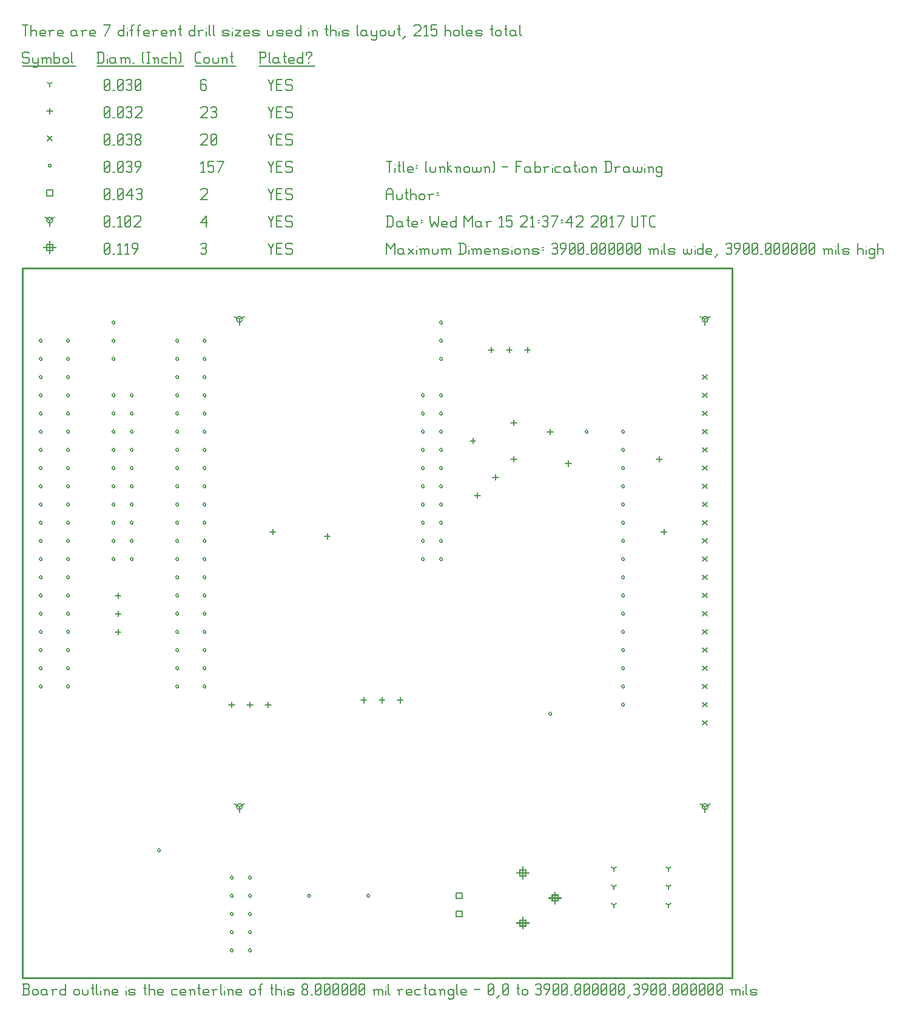
<source format=gbr>
G04 start of page 9 for group -1 layer_idx 16777221 *
G04 Title: (unknown), <virtual group> *
G04 Creator: pcb-rnd 1.2.1 *
G04 CreationDate: Wed Mar 15 21:37:42 2017 UTC *
G04 For:  *
G04 Format: Gerber/RS-274X *
G04 PCB-Dimensions: 390000 390000 *
G04 PCB-Coordinate-Origin: lower left *
%MOIN*%
%FSLAX25Y25*%
%LNFAB*%
%ADD88C,0.0100*%
%ADD87C,0.0075*%
%ADD86C,0.0060*%
%ADD85R,0.0080X0.0080*%
G54D85*X275000Y60759D02*Y54359D01*
X271800Y57559D02*X278200D01*
X273400Y59159D02*X276600D01*
X273400D02*Y55959D01*
X276600D01*
Y59159D02*Y55959D01*
X275000Y33200D02*Y26800D01*
X271800Y30000D02*X278200D01*
X273400Y31600D02*X276600D01*
X273400D02*Y28400D01*
X276600D01*
Y31600D02*Y28400D01*
X292717Y46980D02*Y40580D01*
X289517Y43780D02*X295917D01*
X291117Y45380D02*X294317D01*
X291117D02*Y42180D01*
X294317D01*
Y45380D02*Y42180D01*
X15000Y404450D02*Y398050D01*
X11800Y401250D02*X18200D01*
X13400Y402850D02*X16600D01*
X13400D02*Y399650D01*
X16600D01*
Y402850D02*Y399650D01*
G54D86*X135000Y403500D02*X136500Y400500D01*
X138000Y403500D01*
X136500Y400500D02*Y397500D01*
X139800Y400800D02*X142050D01*
X139800Y397500D02*X142800D01*
X139800Y403500D02*Y397500D01*
Y403500D02*X142800D01*
X147600D02*X148350Y402750D01*
X145350Y403500D02*X147600D01*
X144600Y402750D02*X145350Y403500D01*
X144600Y402750D02*Y401250D01*
X145350Y400500D01*
X147600D01*
X148350Y399750D01*
Y398250D01*
X147600Y397500D02*X148350Y398250D01*
X145350Y397500D02*X147600D01*
X144600Y398250D02*X145350Y397500D01*
X98000Y402750D02*X98750Y403500D01*
X100250D01*
X101000Y402750D01*
X100250Y397500D02*X101000Y398250D01*
X98750Y397500D02*X100250D01*
X98000Y398250D02*X98750Y397500D01*
Y400800D02*X100250D01*
X101000Y402750D02*Y401550D01*
Y400050D02*Y398250D01*
Y400050D02*X100250Y400800D01*
X101000Y401550D02*X100250Y400800D01*
X45000Y398250D02*X45750Y397500D01*
X45000Y402750D02*Y398250D01*
Y402750D02*X45750Y403500D01*
X47250D01*
X48000Y402750D01*
Y398250D01*
X47250Y397500D02*X48000Y398250D01*
X45750Y397500D02*X47250D01*
X45000Y399000D02*X48000Y402000D01*
X49800Y397500D02*X50550D01*
X52350Y402300D02*X53550Y403500D01*
Y397500D01*
X52350D02*X54600D01*
X56400Y402300D02*X57600Y403500D01*
Y397500D01*
X56400D02*X58650D01*
X61200D02*X63450Y400500D01*
Y402750D02*Y400500D01*
X62700Y403500D02*X63450Y402750D01*
X61200Y403500D02*X62700D01*
X60450Y402750D02*X61200Y403500D01*
X60450Y402750D02*Y401250D01*
X61200Y400500D01*
X63450D01*
X119232Y361752D02*Y358552D01*
Y361752D02*X122005Y363352D01*
X119232Y361752D02*X116459Y363352D01*
X117632Y361752D02*G75*G03X120832Y361752I1600J0D01*G01*
G75*G03X117632Y361752I-1600J0D01*G01*
X119232Y94035D02*Y90835D01*
Y94035D02*X122005Y95635D01*
X119232Y94035D02*X116459Y95635D01*
X117632Y94035D02*G75*G03X120832Y94035I1600J0D01*G01*
G75*G03X117632Y94035I-1600J0D01*G01*
X375138D02*Y90835D01*
Y94035D02*X377911Y95635D01*
X375138Y94035D02*X372365Y95635D01*
X373538Y94035D02*G75*G03X376738Y94035I1600J0D01*G01*
G75*G03X373538Y94035I-1600J0D01*G01*
X375138Y361752D02*Y358552D01*
Y361752D02*X377911Y363352D01*
X375138Y361752D02*X372365Y363352D01*
X373538Y361752D02*G75*G03X376738Y361752I1600J0D01*G01*
G75*G03X373538Y361752I-1600J0D01*G01*
X15000Y416250D02*Y413050D01*
Y416250D02*X17773Y417850D01*
X15000Y416250D02*X12227Y417850D01*
X13400Y416250D02*G75*G03X16600Y416250I1600J0D01*G01*
G75*G03X13400Y416250I-1600J0D01*G01*
X135000Y418500D02*X136500Y415500D01*
X138000Y418500D01*
X136500Y415500D02*Y412500D01*
X139800Y415800D02*X142050D01*
X139800Y412500D02*X142800D01*
X139800Y418500D02*Y412500D01*
Y418500D02*X142800D01*
X147600D02*X148350Y417750D01*
X145350Y418500D02*X147600D01*
X144600Y417750D02*X145350Y418500D01*
X144600Y417750D02*Y416250D01*
X145350Y415500D01*
X147600D01*
X148350Y414750D01*
Y413250D01*
X147600Y412500D02*X148350Y413250D01*
X145350Y412500D02*X147600D01*
X144600Y413250D02*X145350Y412500D01*
X98000Y414750D02*X101000Y418500D01*
X98000Y414750D02*X101750D01*
X101000Y418500D02*Y412500D01*
X45000Y413250D02*X45750Y412500D01*
X45000Y417750D02*Y413250D01*
Y417750D02*X45750Y418500D01*
X47250D01*
X48000Y417750D01*
Y413250D01*
X47250Y412500D02*X48000Y413250D01*
X45750Y412500D02*X47250D01*
X45000Y414000D02*X48000Y417000D01*
X49800Y412500D02*X50550D01*
X52350Y417300D02*X53550Y418500D01*
Y412500D01*
X52350D02*X54600D01*
X56400Y413250D02*X57150Y412500D01*
X56400Y417750D02*Y413250D01*
Y417750D02*X57150Y418500D01*
X58650D01*
X59400Y417750D01*
Y413250D01*
X58650Y412500D02*X59400Y413250D01*
X57150Y412500D02*X58650D01*
X56400Y414000D02*X59400Y417000D01*
X61200Y417750D02*X61950Y418500D01*
X64200D01*
X64950Y417750D01*
Y416250D01*
X61200Y412500D02*X64950Y416250D01*
X61200Y412500D02*X64950D01*
X238400Y36600D02*X241600D01*
X238400D02*Y33400D01*
X241600D01*
Y36600D02*Y33400D01*
X238400Y46600D02*X241600D01*
X238400D02*Y43400D01*
X241600D01*
Y46600D02*Y43400D01*
X13400Y432850D02*X16600D01*
X13400D02*Y429650D01*
X16600D01*
Y432850D02*Y429650D01*
X135000Y433500D02*X136500Y430500D01*
X138000Y433500D01*
X136500Y430500D02*Y427500D01*
X139800Y430800D02*X142050D01*
X139800Y427500D02*X142800D01*
X139800Y433500D02*Y427500D01*
Y433500D02*X142800D01*
X147600D02*X148350Y432750D01*
X145350Y433500D02*X147600D01*
X144600Y432750D02*X145350Y433500D01*
X144600Y432750D02*Y431250D01*
X145350Y430500D01*
X147600D01*
X148350Y429750D01*
Y428250D01*
X147600Y427500D02*X148350Y428250D01*
X145350Y427500D02*X147600D01*
X144600Y428250D02*X145350Y427500D01*
X98000Y432750D02*X98750Y433500D01*
X101000D01*
X101750Y432750D01*
Y431250D01*
X98000Y427500D02*X101750Y431250D01*
X98000Y427500D02*X101750D01*
X45000Y428250D02*X45750Y427500D01*
X45000Y432750D02*Y428250D01*
Y432750D02*X45750Y433500D01*
X47250D01*
X48000Y432750D01*
Y428250D01*
X47250Y427500D02*X48000Y428250D01*
X45750Y427500D02*X47250D01*
X45000Y429000D02*X48000Y432000D01*
X49800Y427500D02*X50550D01*
X52350Y428250D02*X53100Y427500D01*
X52350Y432750D02*Y428250D01*
Y432750D02*X53100Y433500D01*
X54600D01*
X55350Y432750D01*
Y428250D01*
X54600Y427500D02*X55350Y428250D01*
X53100Y427500D02*X54600D01*
X52350Y429000D02*X55350Y432000D01*
X57150Y429750D02*X60150Y433500D01*
X57150Y429750D02*X60900D01*
X60150Y433500D02*Y427500D01*
X62700Y432750D02*X63450Y433500D01*
X64950D01*
X65700Y432750D01*
X64950Y427500D02*X65700Y428250D01*
X63450Y427500D02*X64950D01*
X62700Y428250D02*X63450Y427500D01*
Y430800D02*X64950D01*
X65700Y432750D02*Y431550D01*
Y430050D02*Y428250D01*
Y430050D02*X64950Y430800D01*
X65700Y431550D02*X64950Y430800D01*
X99200Y350000D02*G75*G03X100800Y350000I800J0D01*G01*
G75*G03X99200Y350000I-800J0D01*G01*
Y340000D02*G75*G03X100800Y340000I800J0D01*G01*
G75*G03X99200Y340000I-800J0D01*G01*
Y330000D02*G75*G03X100800Y330000I800J0D01*G01*
G75*G03X99200Y330000I-800J0D01*G01*
Y320000D02*G75*G03X100800Y320000I800J0D01*G01*
G75*G03X99200Y320000I-800J0D01*G01*
Y310000D02*G75*G03X100800Y310000I800J0D01*G01*
G75*G03X99200Y310000I-800J0D01*G01*
Y300000D02*G75*G03X100800Y300000I800J0D01*G01*
G75*G03X99200Y300000I-800J0D01*G01*
Y290000D02*G75*G03X100800Y290000I800J0D01*G01*
G75*G03X99200Y290000I-800J0D01*G01*
Y280000D02*G75*G03X100800Y280000I800J0D01*G01*
G75*G03X99200Y280000I-800J0D01*G01*
Y270000D02*G75*G03X100800Y270000I800J0D01*G01*
G75*G03X99200Y270000I-800J0D01*G01*
Y260000D02*G75*G03X100800Y260000I800J0D01*G01*
G75*G03X99200Y260000I-800J0D01*G01*
Y250000D02*G75*G03X100800Y250000I800J0D01*G01*
G75*G03X99200Y250000I-800J0D01*G01*
Y240000D02*G75*G03X100800Y240000I800J0D01*G01*
G75*G03X99200Y240000I-800J0D01*G01*
Y230000D02*G75*G03X100800Y230000I800J0D01*G01*
G75*G03X99200Y230000I-800J0D01*G01*
Y220000D02*G75*G03X100800Y220000I800J0D01*G01*
G75*G03X99200Y220000I-800J0D01*G01*
Y210000D02*G75*G03X100800Y210000I800J0D01*G01*
G75*G03X99200Y210000I-800J0D01*G01*
Y200000D02*G75*G03X100800Y200000I800J0D01*G01*
G75*G03X99200Y200000I-800J0D01*G01*
Y190000D02*G75*G03X100800Y190000I800J0D01*G01*
G75*G03X99200Y190000I-800J0D01*G01*
Y180000D02*G75*G03X100800Y180000I800J0D01*G01*
G75*G03X99200Y180000I-800J0D01*G01*
Y170000D02*G75*G03X100800Y170000I800J0D01*G01*
G75*G03X99200Y170000I-800J0D01*G01*
Y160000D02*G75*G03X100800Y160000I800J0D01*G01*
G75*G03X99200Y160000I-800J0D01*G01*
X9200Y350000D02*G75*G03X10800Y350000I800J0D01*G01*
G75*G03X9200Y350000I-800J0D01*G01*
Y340000D02*G75*G03X10800Y340000I800J0D01*G01*
G75*G03X9200Y340000I-800J0D01*G01*
Y330000D02*G75*G03X10800Y330000I800J0D01*G01*
G75*G03X9200Y330000I-800J0D01*G01*
Y320000D02*G75*G03X10800Y320000I800J0D01*G01*
G75*G03X9200Y320000I-800J0D01*G01*
Y310000D02*G75*G03X10800Y310000I800J0D01*G01*
G75*G03X9200Y310000I-800J0D01*G01*
Y300000D02*G75*G03X10800Y300000I800J0D01*G01*
G75*G03X9200Y300000I-800J0D01*G01*
Y290000D02*G75*G03X10800Y290000I800J0D01*G01*
G75*G03X9200Y290000I-800J0D01*G01*
Y280000D02*G75*G03X10800Y280000I800J0D01*G01*
G75*G03X9200Y280000I-800J0D01*G01*
Y270000D02*G75*G03X10800Y270000I800J0D01*G01*
G75*G03X9200Y270000I-800J0D01*G01*
Y260000D02*G75*G03X10800Y260000I800J0D01*G01*
G75*G03X9200Y260000I-800J0D01*G01*
Y250000D02*G75*G03X10800Y250000I800J0D01*G01*
G75*G03X9200Y250000I-800J0D01*G01*
Y240000D02*G75*G03X10800Y240000I800J0D01*G01*
G75*G03X9200Y240000I-800J0D01*G01*
Y230000D02*G75*G03X10800Y230000I800J0D01*G01*
G75*G03X9200Y230000I-800J0D01*G01*
Y220000D02*G75*G03X10800Y220000I800J0D01*G01*
G75*G03X9200Y220000I-800J0D01*G01*
Y210000D02*G75*G03X10800Y210000I800J0D01*G01*
G75*G03X9200Y210000I-800J0D01*G01*
Y200000D02*G75*G03X10800Y200000I800J0D01*G01*
G75*G03X9200Y200000I-800J0D01*G01*
Y190000D02*G75*G03X10800Y190000I800J0D01*G01*
G75*G03X9200Y190000I-800J0D01*G01*
Y180000D02*G75*G03X10800Y180000I800J0D01*G01*
G75*G03X9200Y180000I-800J0D01*G01*
Y170000D02*G75*G03X10800Y170000I800J0D01*G01*
G75*G03X9200Y170000I-800J0D01*G01*
Y160000D02*G75*G03X10800Y160000I800J0D01*G01*
G75*G03X9200Y160000I-800J0D01*G01*
X24200D02*G75*G03X25800Y160000I800J0D01*G01*
G75*G03X24200Y160000I-800J0D01*G01*
Y170000D02*G75*G03X25800Y170000I800J0D01*G01*
G75*G03X24200Y170000I-800J0D01*G01*
Y180000D02*G75*G03X25800Y180000I800J0D01*G01*
G75*G03X24200Y180000I-800J0D01*G01*
Y190000D02*G75*G03X25800Y190000I800J0D01*G01*
G75*G03X24200Y190000I-800J0D01*G01*
Y200000D02*G75*G03X25800Y200000I800J0D01*G01*
G75*G03X24200Y200000I-800J0D01*G01*
Y210000D02*G75*G03X25800Y210000I800J0D01*G01*
G75*G03X24200Y210000I-800J0D01*G01*
Y220000D02*G75*G03X25800Y220000I800J0D01*G01*
G75*G03X24200Y220000I-800J0D01*G01*
Y230000D02*G75*G03X25800Y230000I800J0D01*G01*
G75*G03X24200Y230000I-800J0D01*G01*
Y240000D02*G75*G03X25800Y240000I800J0D01*G01*
G75*G03X24200Y240000I-800J0D01*G01*
Y250000D02*G75*G03X25800Y250000I800J0D01*G01*
G75*G03X24200Y250000I-800J0D01*G01*
Y260000D02*G75*G03X25800Y260000I800J0D01*G01*
G75*G03X24200Y260000I-800J0D01*G01*
Y270000D02*G75*G03X25800Y270000I800J0D01*G01*
G75*G03X24200Y270000I-800J0D01*G01*
Y280000D02*G75*G03X25800Y280000I800J0D01*G01*
G75*G03X24200Y280000I-800J0D01*G01*
Y290000D02*G75*G03X25800Y290000I800J0D01*G01*
G75*G03X24200Y290000I-800J0D01*G01*
Y300000D02*G75*G03X25800Y300000I800J0D01*G01*
G75*G03X24200Y300000I-800J0D01*G01*
Y310000D02*G75*G03X25800Y310000I800J0D01*G01*
G75*G03X24200Y310000I-800J0D01*G01*
Y320000D02*G75*G03X25800Y320000I800J0D01*G01*
G75*G03X24200Y320000I-800J0D01*G01*
Y330000D02*G75*G03X25800Y330000I800J0D01*G01*
G75*G03X24200Y330000I-800J0D01*G01*
Y340000D02*G75*G03X25800Y340000I800J0D01*G01*
G75*G03X24200Y340000I-800J0D01*G01*
Y350000D02*G75*G03X25800Y350000I800J0D01*G01*
G75*G03X24200Y350000I-800J0D01*G01*
X84200Y160000D02*G75*G03X85800Y160000I800J0D01*G01*
G75*G03X84200Y160000I-800J0D01*G01*
Y170000D02*G75*G03X85800Y170000I800J0D01*G01*
G75*G03X84200Y170000I-800J0D01*G01*
Y180000D02*G75*G03X85800Y180000I800J0D01*G01*
G75*G03X84200Y180000I-800J0D01*G01*
Y190000D02*G75*G03X85800Y190000I800J0D01*G01*
G75*G03X84200Y190000I-800J0D01*G01*
Y200000D02*G75*G03X85800Y200000I800J0D01*G01*
G75*G03X84200Y200000I-800J0D01*G01*
Y210000D02*G75*G03X85800Y210000I800J0D01*G01*
G75*G03X84200Y210000I-800J0D01*G01*
Y220000D02*G75*G03X85800Y220000I800J0D01*G01*
G75*G03X84200Y220000I-800J0D01*G01*
Y230000D02*G75*G03X85800Y230000I800J0D01*G01*
G75*G03X84200Y230000I-800J0D01*G01*
Y240000D02*G75*G03X85800Y240000I800J0D01*G01*
G75*G03X84200Y240000I-800J0D01*G01*
Y250000D02*G75*G03X85800Y250000I800J0D01*G01*
G75*G03X84200Y250000I-800J0D01*G01*
Y260000D02*G75*G03X85800Y260000I800J0D01*G01*
G75*G03X84200Y260000I-800J0D01*G01*
Y270000D02*G75*G03X85800Y270000I800J0D01*G01*
G75*G03X84200Y270000I-800J0D01*G01*
Y280000D02*G75*G03X85800Y280000I800J0D01*G01*
G75*G03X84200Y280000I-800J0D01*G01*
Y290000D02*G75*G03X85800Y290000I800J0D01*G01*
G75*G03X84200Y290000I-800J0D01*G01*
Y300000D02*G75*G03X85800Y300000I800J0D01*G01*
G75*G03X84200Y300000I-800J0D01*G01*
Y310000D02*G75*G03X85800Y310000I800J0D01*G01*
G75*G03X84200Y310000I-800J0D01*G01*
Y320000D02*G75*G03X85800Y320000I800J0D01*G01*
G75*G03X84200Y320000I-800J0D01*G01*
Y330000D02*G75*G03X85800Y330000I800J0D01*G01*
G75*G03X84200Y330000I-800J0D01*G01*
Y340000D02*G75*G03X85800Y340000I800J0D01*G01*
G75*G03X84200Y340000I-800J0D01*G01*
Y350000D02*G75*G03X85800Y350000I800J0D01*G01*
G75*G03X84200Y350000I-800J0D01*G01*
X329200Y280000D02*G75*G03X330800Y280000I800J0D01*G01*
G75*G03X329200Y280000I-800J0D01*G01*
Y270000D02*G75*G03X330800Y270000I800J0D01*G01*
G75*G03X329200Y270000I-800J0D01*G01*
Y260000D02*G75*G03X330800Y260000I800J0D01*G01*
G75*G03X329200Y260000I-800J0D01*G01*
Y250000D02*G75*G03X330800Y250000I800J0D01*G01*
G75*G03X329200Y250000I-800J0D01*G01*
Y240000D02*G75*G03X330800Y240000I800J0D01*G01*
G75*G03X329200Y240000I-800J0D01*G01*
Y230000D02*G75*G03X330800Y230000I800J0D01*G01*
G75*G03X329200Y230000I-800J0D01*G01*
Y220000D02*G75*G03X330800Y220000I800J0D01*G01*
G75*G03X329200Y220000I-800J0D01*G01*
Y210000D02*G75*G03X330800Y210000I800J0D01*G01*
G75*G03X329200Y210000I-800J0D01*G01*
Y200000D02*G75*G03X330800Y200000I800J0D01*G01*
G75*G03X329200Y200000I-800J0D01*G01*
Y190000D02*G75*G03X330800Y190000I800J0D01*G01*
G75*G03X329200Y190000I-800J0D01*G01*
Y180000D02*G75*G03X330800Y180000I800J0D01*G01*
G75*G03X329200Y180000I-800J0D01*G01*
Y170000D02*G75*G03X330800Y170000I800J0D01*G01*
G75*G03X329200Y170000I-800J0D01*G01*
Y160000D02*G75*G03X330800Y160000I800J0D01*G01*
G75*G03X329200Y160000I-800J0D01*G01*
Y150000D02*G75*G03X330800Y150000I800J0D01*G01*
G75*G03X329200Y150000I-800J0D01*G01*
Y290000D02*G75*G03X330800Y290000I800J0D01*G01*
G75*G03X329200Y290000I-800J0D01*G01*
Y300000D02*G75*G03X330800Y300000I800J0D01*G01*
G75*G03X329200Y300000I-800J0D01*G01*
X114200Y55000D02*G75*G03X115800Y55000I800J0D01*G01*
G75*G03X114200Y55000I-800J0D01*G01*
Y45000D02*G75*G03X115800Y45000I800J0D01*G01*
G75*G03X114200Y45000I-800J0D01*G01*
Y35000D02*G75*G03X115800Y35000I800J0D01*G01*
G75*G03X114200Y35000I-800J0D01*G01*
Y25000D02*G75*G03X115800Y25000I800J0D01*G01*
G75*G03X114200Y25000I-800J0D01*G01*
Y15000D02*G75*G03X115800Y15000I800J0D01*G01*
G75*G03X114200Y15000I-800J0D01*G01*
X124200Y55000D02*G75*G03X125800Y55000I800J0D01*G01*
G75*G03X124200Y55000I-800J0D01*G01*
Y45000D02*G75*G03X125800Y45000I800J0D01*G01*
G75*G03X124200Y45000I-800J0D01*G01*
Y35000D02*G75*G03X125800Y35000I800J0D01*G01*
G75*G03X124200Y35000I-800J0D01*G01*
Y25000D02*G75*G03X125800Y25000I800J0D01*G01*
G75*G03X124200Y25000I-800J0D01*G01*
Y15000D02*G75*G03X125800Y15000I800J0D01*G01*
G75*G03X124200Y15000I-800J0D01*G01*
X229200Y360000D02*G75*G03X230800Y360000I800J0D01*G01*
G75*G03X229200Y360000I-800J0D01*G01*
Y350000D02*G75*G03X230800Y350000I800J0D01*G01*
G75*G03X229200Y350000I-800J0D01*G01*
Y340000D02*G75*G03X230800Y340000I800J0D01*G01*
G75*G03X229200Y340000I-800J0D01*G01*
X49200Y360000D02*G75*G03X50800Y360000I800J0D01*G01*
G75*G03X49200Y360000I-800J0D01*G01*
Y350000D02*G75*G03X50800Y350000I800J0D01*G01*
G75*G03X49200Y350000I-800J0D01*G01*
Y340000D02*G75*G03X50800Y340000I800J0D01*G01*
G75*G03X49200Y340000I-800J0D01*G01*
X219200Y320000D02*G75*G03X220800Y320000I800J0D01*G01*
G75*G03X219200Y320000I-800J0D01*G01*
Y310000D02*G75*G03X220800Y310000I800J0D01*G01*
G75*G03X219200Y310000I-800J0D01*G01*
Y300000D02*G75*G03X220800Y300000I800J0D01*G01*
G75*G03X219200Y300000I-800J0D01*G01*
Y290000D02*G75*G03X220800Y290000I800J0D01*G01*
G75*G03X219200Y290000I-800J0D01*G01*
Y280000D02*G75*G03X220800Y280000I800J0D01*G01*
G75*G03X219200Y280000I-800J0D01*G01*
Y270000D02*G75*G03X220800Y270000I800J0D01*G01*
G75*G03X219200Y270000I-800J0D01*G01*
Y260000D02*G75*G03X220800Y260000I800J0D01*G01*
G75*G03X219200Y260000I-800J0D01*G01*
Y250000D02*G75*G03X220800Y250000I800J0D01*G01*
G75*G03X219200Y250000I-800J0D01*G01*
Y240000D02*G75*G03X220800Y240000I800J0D01*G01*
G75*G03X219200Y240000I-800J0D01*G01*
Y230000D02*G75*G03X220800Y230000I800J0D01*G01*
G75*G03X219200Y230000I-800J0D01*G01*
X229200Y320000D02*G75*G03X230800Y320000I800J0D01*G01*
G75*G03X229200Y320000I-800J0D01*G01*
Y310000D02*G75*G03X230800Y310000I800J0D01*G01*
G75*G03X229200Y310000I-800J0D01*G01*
Y300000D02*G75*G03X230800Y300000I800J0D01*G01*
G75*G03X229200Y300000I-800J0D01*G01*
Y290000D02*G75*G03X230800Y290000I800J0D01*G01*
G75*G03X229200Y290000I-800J0D01*G01*
Y280000D02*G75*G03X230800Y280000I800J0D01*G01*
G75*G03X229200Y280000I-800J0D01*G01*
Y270000D02*G75*G03X230800Y270000I800J0D01*G01*
G75*G03X229200Y270000I-800J0D01*G01*
Y260000D02*G75*G03X230800Y260000I800J0D01*G01*
G75*G03X229200Y260000I-800J0D01*G01*
Y250000D02*G75*G03X230800Y250000I800J0D01*G01*
G75*G03X229200Y250000I-800J0D01*G01*
Y240000D02*G75*G03X230800Y240000I800J0D01*G01*
G75*G03X229200Y240000I-800J0D01*G01*
Y230000D02*G75*G03X230800Y230000I800J0D01*G01*
G75*G03X229200Y230000I-800J0D01*G01*
X49200Y320000D02*G75*G03X50800Y320000I800J0D01*G01*
G75*G03X49200Y320000I-800J0D01*G01*
Y310000D02*G75*G03X50800Y310000I800J0D01*G01*
G75*G03X49200Y310000I-800J0D01*G01*
Y300000D02*G75*G03X50800Y300000I800J0D01*G01*
G75*G03X49200Y300000I-800J0D01*G01*
Y290000D02*G75*G03X50800Y290000I800J0D01*G01*
G75*G03X49200Y290000I-800J0D01*G01*
Y280000D02*G75*G03X50800Y280000I800J0D01*G01*
G75*G03X49200Y280000I-800J0D01*G01*
Y270000D02*G75*G03X50800Y270000I800J0D01*G01*
G75*G03X49200Y270000I-800J0D01*G01*
Y260000D02*G75*G03X50800Y260000I800J0D01*G01*
G75*G03X49200Y260000I-800J0D01*G01*
Y250000D02*G75*G03X50800Y250000I800J0D01*G01*
G75*G03X49200Y250000I-800J0D01*G01*
Y240000D02*G75*G03X50800Y240000I800J0D01*G01*
G75*G03X49200Y240000I-800J0D01*G01*
Y230000D02*G75*G03X50800Y230000I800J0D01*G01*
G75*G03X49200Y230000I-800J0D01*G01*
X59200Y320000D02*G75*G03X60800Y320000I800J0D01*G01*
G75*G03X59200Y320000I-800J0D01*G01*
Y310000D02*G75*G03X60800Y310000I800J0D01*G01*
G75*G03X59200Y310000I-800J0D01*G01*
Y300000D02*G75*G03X60800Y300000I800J0D01*G01*
G75*G03X59200Y300000I-800J0D01*G01*
Y290000D02*G75*G03X60800Y290000I800J0D01*G01*
G75*G03X59200Y290000I-800J0D01*G01*
Y280000D02*G75*G03X60800Y280000I800J0D01*G01*
G75*G03X59200Y280000I-800J0D01*G01*
Y270000D02*G75*G03X60800Y270000I800J0D01*G01*
G75*G03X59200Y270000I-800J0D01*G01*
Y260000D02*G75*G03X60800Y260000I800J0D01*G01*
G75*G03X59200Y260000I-800J0D01*G01*
Y250000D02*G75*G03X60800Y250000I800J0D01*G01*
G75*G03X59200Y250000I-800J0D01*G01*
Y240000D02*G75*G03X60800Y240000I800J0D01*G01*
G75*G03X59200Y240000I-800J0D01*G01*
Y230000D02*G75*G03X60800Y230000I800J0D01*G01*
G75*G03X59200Y230000I-800J0D01*G01*
X289200Y145000D02*G75*G03X290800Y145000I800J0D01*G01*
G75*G03X289200Y145000I-800J0D01*G01*
X309200Y300000D02*G75*G03X310800Y300000I800J0D01*G01*
G75*G03X309200Y300000I-800J0D01*G01*
X74200Y70000D02*G75*G03X75800Y70000I800J0D01*G01*
G75*G03X74200Y70000I-800J0D01*G01*
X156700Y45000D02*G75*G03X158300Y45000I800J0D01*G01*
G75*G03X156700Y45000I-800J0D01*G01*
X189200D02*G75*G03X190800Y45000I800J0D01*G01*
G75*G03X189200Y45000I-800J0D01*G01*
X14200Y446250D02*G75*G03X15800Y446250I800J0D01*G01*
G75*G03X14200Y446250I-800J0D01*G01*
X135000Y448500D02*X136500Y445500D01*
X138000Y448500D01*
X136500Y445500D02*Y442500D01*
X139800Y445800D02*X142050D01*
X139800Y442500D02*X142800D01*
X139800Y448500D02*Y442500D01*
Y448500D02*X142800D01*
X147600D02*X148350Y447750D01*
X145350Y448500D02*X147600D01*
X144600Y447750D02*X145350Y448500D01*
X144600Y447750D02*Y446250D01*
X145350Y445500D01*
X147600D01*
X148350Y444750D01*
Y443250D01*
X147600Y442500D02*X148350Y443250D01*
X145350Y442500D02*X147600D01*
X144600Y443250D02*X145350Y442500D01*
X98000Y447300D02*X99200Y448500D01*
Y442500D01*
X98000D02*X100250D01*
X102050Y448500D02*X105050D01*
X102050D02*Y445500D01*
X102800Y446250D01*
X104300D01*
X105050Y445500D01*
Y443250D01*
X104300Y442500D02*X105050Y443250D01*
X102800Y442500D02*X104300D01*
X102050Y443250D02*X102800Y442500D01*
X107600D02*X110600Y448500D01*
X106850D02*X110600D01*
X45000Y443250D02*X45750Y442500D01*
X45000Y447750D02*Y443250D01*
Y447750D02*X45750Y448500D01*
X47250D01*
X48000Y447750D01*
Y443250D01*
X47250Y442500D02*X48000Y443250D01*
X45750Y442500D02*X47250D01*
X45000Y444000D02*X48000Y447000D01*
X49800Y442500D02*X50550D01*
X52350Y443250D02*X53100Y442500D01*
X52350Y447750D02*Y443250D01*
Y447750D02*X53100Y448500D01*
X54600D01*
X55350Y447750D01*
Y443250D01*
X54600Y442500D02*X55350Y443250D01*
X53100Y442500D02*X54600D01*
X52350Y444000D02*X55350Y447000D01*
X57150Y447750D02*X57900Y448500D01*
X59400D01*
X60150Y447750D01*
X59400Y442500D02*X60150Y443250D01*
X57900Y442500D02*X59400D01*
X57150Y443250D02*X57900Y442500D01*
Y445800D02*X59400D01*
X60150Y447750D02*Y446550D01*
Y445050D02*Y443250D01*
Y445050D02*X59400Y445800D01*
X60150Y446550D02*X59400Y445800D01*
X62700Y442500D02*X64950Y445500D01*
Y447750D02*Y445500D01*
X64200Y448500D02*X64950Y447750D01*
X62700Y448500D02*X64200D01*
X61950Y447750D02*X62700Y448500D01*
X61950Y447750D02*Y446250D01*
X62700Y445500D01*
X64950D01*
X373800Y141200D02*X376200Y138800D01*
X373800D02*X376200Y141200D01*
X373800Y151200D02*X376200Y148800D01*
X373800D02*X376200Y151200D01*
X373800Y161200D02*X376200Y158800D01*
X373800D02*X376200Y161200D01*
X373800Y171200D02*X376200Y168800D01*
X373800D02*X376200Y171200D01*
X373800Y181200D02*X376200Y178800D01*
X373800D02*X376200Y181200D01*
X373800Y191200D02*X376200Y188800D01*
X373800D02*X376200Y191200D01*
X373800Y201200D02*X376200Y198800D01*
X373800D02*X376200Y201200D01*
X373800Y211200D02*X376200Y208800D01*
X373800D02*X376200Y211200D01*
X373800Y221200D02*X376200Y218800D01*
X373800D02*X376200Y221200D01*
X373800Y231200D02*X376200Y228800D01*
X373800D02*X376200Y231200D01*
X373800Y241200D02*X376200Y238800D01*
X373800D02*X376200Y241200D01*
X373800Y251200D02*X376200Y248800D01*
X373800D02*X376200Y251200D01*
X373800Y261200D02*X376200Y258800D01*
X373800D02*X376200Y261200D01*
X373800Y271200D02*X376200Y268800D01*
X373800D02*X376200Y271200D01*
X373800Y281200D02*X376200Y278800D01*
X373800D02*X376200Y281200D01*
X373800Y291200D02*X376200Y288800D01*
X373800D02*X376200Y291200D01*
X373800Y301200D02*X376200Y298800D01*
X373800D02*X376200Y301200D01*
X373800Y311200D02*X376200Y308800D01*
X373800D02*X376200Y311200D01*
X373800Y321200D02*X376200Y318800D01*
X373800D02*X376200Y321200D01*
X373800Y331200D02*X376200Y328800D01*
X373800D02*X376200Y331200D01*
X13800Y462450D02*X16200Y460050D01*
X13800D02*X16200Y462450D01*
X135000Y463500D02*X136500Y460500D01*
X138000Y463500D01*
X136500Y460500D02*Y457500D01*
X139800Y460800D02*X142050D01*
X139800Y457500D02*X142800D01*
X139800Y463500D02*Y457500D01*
Y463500D02*X142800D01*
X147600D02*X148350Y462750D01*
X145350Y463500D02*X147600D01*
X144600Y462750D02*X145350Y463500D01*
X144600Y462750D02*Y461250D01*
X145350Y460500D01*
X147600D01*
X148350Y459750D01*
Y458250D01*
X147600Y457500D02*X148350Y458250D01*
X145350Y457500D02*X147600D01*
X144600Y458250D02*X145350Y457500D01*
X98000Y462750D02*X98750Y463500D01*
X101000D01*
X101750Y462750D01*
Y461250D01*
X98000Y457500D02*X101750Y461250D01*
X98000Y457500D02*X101750D01*
X103550Y458250D02*X104300Y457500D01*
X103550Y462750D02*Y458250D01*
Y462750D02*X104300Y463500D01*
X105800D01*
X106550Y462750D01*
Y458250D01*
X105800Y457500D02*X106550Y458250D01*
X104300Y457500D02*X105800D01*
X103550Y459000D02*X106550Y462000D01*
X45000Y458250D02*X45750Y457500D01*
X45000Y462750D02*Y458250D01*
Y462750D02*X45750Y463500D01*
X47250D01*
X48000Y462750D01*
Y458250D01*
X47250Y457500D02*X48000Y458250D01*
X45750Y457500D02*X47250D01*
X45000Y459000D02*X48000Y462000D01*
X49800Y457500D02*X50550D01*
X52350Y458250D02*X53100Y457500D01*
X52350Y462750D02*Y458250D01*
Y462750D02*X53100Y463500D01*
X54600D01*
X55350Y462750D01*
Y458250D01*
X54600Y457500D02*X55350Y458250D01*
X53100Y457500D02*X54600D01*
X52350Y459000D02*X55350Y462000D01*
X57150Y462750D02*X57900Y463500D01*
X59400D01*
X60150Y462750D01*
X59400Y457500D02*X60150Y458250D01*
X57900Y457500D02*X59400D01*
X57150Y458250D02*X57900Y457500D01*
Y460800D02*X59400D01*
X60150Y462750D02*Y461550D01*
Y460050D02*Y458250D01*
Y460050D02*X59400Y460800D01*
X60150Y461550D02*X59400Y460800D01*
X61950Y458250D02*X62700Y457500D01*
X61950Y459450D02*Y458250D01*
Y459450D02*X63000Y460500D01*
X63900D01*
X64950Y459450D01*
Y458250D01*
X64200Y457500D02*X64950Y458250D01*
X62700Y457500D02*X64200D01*
X61950Y461550D02*X63000Y460500D01*
X61950Y462750D02*Y461550D01*
Y462750D02*X62700Y463500D01*
X64200D01*
X64950Y462750D01*
Y461550D01*
X63900Y460500D02*X64950Y461550D01*
X350000Y286600D02*Y283400D01*
X348400Y285000D02*X351600D01*
X270000Y286600D02*Y283400D01*
X268400Y285000D02*X271600D01*
X260000Y276600D02*Y273400D01*
X258400Y275000D02*X261600D01*
X250000Y266600D02*Y263400D01*
X248400Y265000D02*X251600D01*
X270000Y306600D02*Y303400D01*
X268400Y305000D02*X271600D01*
X290000Y301600D02*Y298400D01*
X288400Y300000D02*X291600D01*
X115000Y151600D02*Y148400D01*
X113400Y150000D02*X116600D01*
X125000Y151600D02*Y148400D01*
X123400Y150000D02*X126600D01*
X135000Y151600D02*Y148400D01*
X133400Y150000D02*X136600D01*
X247500Y296600D02*Y293400D01*
X245900Y295000D02*X249100D01*
X300000Y284100D02*Y280900D01*
X298400Y282500D02*X301600D01*
X352500Y246600D02*Y243400D01*
X350900Y245000D02*X354100D01*
X137500Y246600D02*Y243400D01*
X135900Y245000D02*X139100D01*
X167500Y244100D02*Y240900D01*
X165900Y242500D02*X169100D01*
X197500Y154100D02*Y150900D01*
X195900Y152500D02*X199100D01*
X187500Y154100D02*Y150900D01*
X185900Y152500D02*X189100D01*
X207500Y154100D02*Y150900D01*
X205900Y152500D02*X209100D01*
X257500Y346600D02*Y343400D01*
X255900Y345000D02*X259100D01*
X267500Y346600D02*Y343400D01*
X265900Y345000D02*X269100D01*
X277500Y346600D02*Y343400D01*
X275900Y345000D02*X279100D01*
X52500Y211600D02*Y208400D01*
X50900Y210000D02*X54100D01*
X52500Y201600D02*Y198400D01*
X50900Y200000D02*X54100D01*
X52500Y191600D02*Y188400D01*
X50900Y190000D02*X54100D01*
X15000Y477850D02*Y474650D01*
X13400Y476250D02*X16600D01*
X135000Y478500D02*X136500Y475500D01*
X138000Y478500D01*
X136500Y475500D02*Y472500D01*
X139800Y475800D02*X142050D01*
X139800Y472500D02*X142800D01*
X139800Y478500D02*Y472500D01*
Y478500D02*X142800D01*
X147600D02*X148350Y477750D01*
X145350Y478500D02*X147600D01*
X144600Y477750D02*X145350Y478500D01*
X144600Y477750D02*Y476250D01*
X145350Y475500D01*
X147600D01*
X148350Y474750D01*
Y473250D01*
X147600Y472500D02*X148350Y473250D01*
X145350Y472500D02*X147600D01*
X144600Y473250D02*X145350Y472500D01*
X98000Y477750D02*X98750Y478500D01*
X101000D01*
X101750Y477750D01*
Y476250D01*
X98000Y472500D02*X101750Y476250D01*
X98000Y472500D02*X101750D01*
X103550Y477750D02*X104300Y478500D01*
X105800D01*
X106550Y477750D01*
X105800Y472500D02*X106550Y473250D01*
X104300Y472500D02*X105800D01*
X103550Y473250D02*X104300Y472500D01*
Y475800D02*X105800D01*
X106550Y477750D02*Y476550D01*
Y475050D02*Y473250D01*
Y475050D02*X105800Y475800D01*
X106550Y476550D02*X105800Y475800D01*
X45000Y473250D02*X45750Y472500D01*
X45000Y477750D02*Y473250D01*
Y477750D02*X45750Y478500D01*
X47250D01*
X48000Y477750D01*
Y473250D01*
X47250Y472500D02*X48000Y473250D01*
X45750Y472500D02*X47250D01*
X45000Y474000D02*X48000Y477000D01*
X49800Y472500D02*X50550D01*
X52350Y473250D02*X53100Y472500D01*
X52350Y477750D02*Y473250D01*
Y477750D02*X53100Y478500D01*
X54600D01*
X55350Y477750D01*
Y473250D01*
X54600Y472500D02*X55350Y473250D01*
X53100Y472500D02*X54600D01*
X52350Y474000D02*X55350Y477000D01*
X57150Y477750D02*X57900Y478500D01*
X59400D01*
X60150Y477750D01*
X59400Y472500D02*X60150Y473250D01*
X57900Y472500D02*X59400D01*
X57150Y473250D02*X57900Y472500D01*
Y475800D02*X59400D01*
X60150Y477750D02*Y476550D01*
Y475050D02*Y473250D01*
Y475050D02*X59400Y475800D01*
X60150Y476550D02*X59400Y475800D01*
X61950Y477750D02*X62700Y478500D01*
X64950D01*
X65700Y477750D01*
Y476250D01*
X61950Y472500D02*X65700Y476250D01*
X61950Y472500D02*X65700D01*
X325000Y50000D02*Y48400D01*
Y50000D02*X326387Y50800D01*
X325000Y50000D02*X323613Y50800D01*
X325000Y40000D02*Y38400D01*
Y40000D02*X326387Y40800D01*
X325000Y40000D02*X323613Y40800D01*
X325000Y60000D02*Y58400D01*
Y60000D02*X326387Y60800D01*
X325000Y60000D02*X323613Y60800D01*
X355000Y50000D02*Y48400D01*
Y50000D02*X356387Y50800D01*
X355000Y50000D02*X353613Y50800D01*
X355000Y40000D02*Y38400D01*
Y40000D02*X356387Y40800D01*
X355000Y40000D02*X353613Y40800D01*
X355000Y60000D02*Y58400D01*
Y60000D02*X356387Y60800D01*
X355000Y60000D02*X353613Y60800D01*
X15000Y491250D02*Y489650D01*
Y491250D02*X16387Y492050D01*
X15000Y491250D02*X13613Y492050D01*
X135000Y493500D02*X136500Y490500D01*
X138000Y493500D01*
X136500Y490500D02*Y487500D01*
X139800Y490800D02*X142050D01*
X139800Y487500D02*X142800D01*
X139800Y493500D02*Y487500D01*
Y493500D02*X142800D01*
X147600D02*X148350Y492750D01*
X145350Y493500D02*X147600D01*
X144600Y492750D02*X145350Y493500D01*
X144600Y492750D02*Y491250D01*
X145350Y490500D01*
X147600D01*
X148350Y489750D01*
Y488250D01*
X147600Y487500D02*X148350Y488250D01*
X145350Y487500D02*X147600D01*
X144600Y488250D02*X145350Y487500D01*
X100250Y493500D02*X101000Y492750D01*
X98750Y493500D02*X100250D01*
X98000Y492750D02*X98750Y493500D01*
X98000Y492750D02*Y488250D01*
X98750Y487500D01*
X100250Y490800D02*X101000Y490050D01*
X98000Y490800D02*X100250D01*
X98750Y487500D02*X100250D01*
X101000Y488250D01*
Y490050D02*Y488250D01*
X45000D02*X45750Y487500D01*
X45000Y492750D02*Y488250D01*
Y492750D02*X45750Y493500D01*
X47250D01*
X48000Y492750D01*
Y488250D01*
X47250Y487500D02*X48000Y488250D01*
X45750Y487500D02*X47250D01*
X45000Y489000D02*X48000Y492000D01*
X49800Y487500D02*X50550D01*
X52350Y488250D02*X53100Y487500D01*
X52350Y492750D02*Y488250D01*
Y492750D02*X53100Y493500D01*
X54600D01*
X55350Y492750D01*
Y488250D01*
X54600Y487500D02*X55350Y488250D01*
X53100Y487500D02*X54600D01*
X52350Y489000D02*X55350Y492000D01*
X57150Y492750D02*X57900Y493500D01*
X59400D01*
X60150Y492750D01*
X59400Y487500D02*X60150Y488250D01*
X57900Y487500D02*X59400D01*
X57150Y488250D02*X57900Y487500D01*
Y490800D02*X59400D01*
X60150Y492750D02*Y491550D01*
Y490050D02*Y488250D01*
Y490050D02*X59400Y490800D01*
X60150Y491550D02*X59400Y490800D01*
X61950Y488250D02*X62700Y487500D01*
X61950Y492750D02*Y488250D01*
Y492750D02*X62700Y493500D01*
X64200D01*
X64950Y492750D01*
Y488250D01*
X64200Y487500D02*X64950Y488250D01*
X62700Y487500D02*X64200D01*
X61950Y489000D02*X64950Y492000D01*
X3000Y508500D02*X3750Y507750D01*
X750Y508500D02*X3000D01*
X0Y507750D02*X750Y508500D01*
X0Y507750D02*Y506250D01*
X750Y505500D01*
X3000D01*
X3750Y504750D01*
Y503250D01*
X3000Y502500D02*X3750Y503250D01*
X750Y502500D02*X3000D01*
X0Y503250D02*X750Y502500D01*
X5550Y505500D02*Y503250D01*
X6300Y502500D01*
X8550Y505500D02*Y501000D01*
X7800Y500250D02*X8550Y501000D01*
X6300Y500250D02*X7800D01*
X5550Y501000D02*X6300Y500250D01*
Y502500D02*X7800D01*
X8550Y503250D01*
X11100Y504750D02*Y502500D01*
Y504750D02*X11850Y505500D01*
X12600D01*
X13350Y504750D01*
Y502500D01*
Y504750D02*X14100Y505500D01*
X14850D01*
X15600Y504750D01*
Y502500D01*
X10350Y505500D02*X11100Y504750D01*
X17400Y508500D02*Y502500D01*
Y503250D02*X18150Y502500D01*
X19650D01*
X20400Y503250D01*
Y504750D02*Y503250D01*
X19650Y505500D02*X20400Y504750D01*
X18150Y505500D02*X19650D01*
X17400Y504750D02*X18150Y505500D01*
X22200Y504750D02*Y503250D01*
Y504750D02*X22950Y505500D01*
X24450D01*
X25200Y504750D01*
Y503250D01*
X24450Y502500D02*X25200Y503250D01*
X22950Y502500D02*X24450D01*
X22200Y503250D02*X22950Y502500D01*
X27000Y508500D02*Y503250D01*
X27750Y502500D01*
X0Y500750D02*X29250D01*
X41750Y508500D02*Y502500D01*
X43700Y508500D02*X44750Y507450D01*
Y503550D01*
X43700Y502500D02*X44750Y503550D01*
X41000Y502500D02*X43700D01*
X41000Y508500D02*X43700D01*
G54D87*X46550Y507000D02*Y506850D01*
G54D86*Y504750D02*Y502500D01*
X50300Y505500D02*X51050Y504750D01*
X48800Y505500D02*X50300D01*
X48050Y504750D02*X48800Y505500D01*
X48050Y504750D02*Y503250D01*
X48800Y502500D01*
X51050Y505500D02*Y503250D01*
X51800Y502500D01*
X48800D02*X50300D01*
X51050Y503250D01*
X54350Y504750D02*Y502500D01*
Y504750D02*X55100Y505500D01*
X55850D01*
X56600Y504750D01*
Y502500D01*
Y504750D02*X57350Y505500D01*
X58100D01*
X58850Y504750D01*
Y502500D01*
X53600Y505500D02*X54350Y504750D01*
X60650Y502500D02*X61400D01*
X65900Y503250D02*X66650Y502500D01*
X65900Y507750D02*X66650Y508500D01*
X65900Y507750D02*Y503250D01*
X68450Y508500D02*X69950D01*
X69200D02*Y502500D01*
X68450D02*X69950D01*
X72500Y504750D02*Y502500D01*
Y504750D02*X73250Y505500D01*
X74000D01*
X74750Y504750D01*
Y502500D01*
X71750Y505500D02*X72500Y504750D01*
X77300Y505500D02*X79550D01*
X76550Y504750D02*X77300Y505500D01*
X76550Y504750D02*Y503250D01*
X77300Y502500D01*
X79550D01*
X81350Y508500D02*Y502500D01*
Y504750D02*X82100Y505500D01*
X83600D01*
X84350Y504750D01*
Y502500D01*
X86150Y508500D02*X86900Y507750D01*
Y503250D01*
X86150Y502500D02*X86900Y503250D01*
X41000Y500750D02*X88700D01*
X96050Y502500D02*X98000D01*
X95000Y503550D02*X96050Y502500D01*
X95000Y507450D02*Y503550D01*
Y507450D02*X96050Y508500D01*
X98000D01*
X99800Y504750D02*Y503250D01*
Y504750D02*X100550Y505500D01*
X102050D01*
X102800Y504750D01*
Y503250D01*
X102050Y502500D02*X102800Y503250D01*
X100550Y502500D02*X102050D01*
X99800Y503250D02*X100550Y502500D01*
X104600Y505500D02*Y503250D01*
X105350Y502500D01*
X106850D01*
X107600Y503250D01*
Y505500D02*Y503250D01*
X110150Y504750D02*Y502500D01*
Y504750D02*X110900Y505500D01*
X111650D01*
X112400Y504750D01*
Y502500D01*
X109400Y505500D02*X110150Y504750D01*
X114950Y508500D02*Y503250D01*
X115700Y502500D01*
X114200Y506250D02*X115700D01*
X95000Y500750D02*X117200D01*
X130750Y508500D02*Y502500D01*
X130000Y508500D02*X133000D01*
X133750Y507750D01*
Y506250D01*
X133000Y505500D02*X133750Y506250D01*
X130750Y505500D02*X133000D01*
X135550Y508500D02*Y503250D01*
X136300Y502500D01*
X140050Y505500D02*X140800Y504750D01*
X138550Y505500D02*X140050D01*
X137800Y504750D02*X138550Y505500D01*
X137800Y504750D02*Y503250D01*
X138550Y502500D01*
X140800Y505500D02*Y503250D01*
X141550Y502500D01*
X138550D02*X140050D01*
X140800Y503250D01*
X144100Y508500D02*Y503250D01*
X144850Y502500D01*
X143350Y506250D02*X144850D01*
X147100Y502500D02*X149350D01*
X146350Y503250D02*X147100Y502500D01*
X146350Y504750D02*Y503250D01*
Y504750D02*X147100Y505500D01*
X148600D01*
X149350Y504750D01*
X146350Y504000D02*X149350D01*
Y504750D02*Y504000D01*
X154150Y508500D02*Y502500D01*
X153400D02*X154150Y503250D01*
X151900Y502500D02*X153400D01*
X151150Y503250D02*X151900Y502500D01*
X151150Y504750D02*Y503250D01*
Y504750D02*X151900Y505500D01*
X153400D01*
X154150Y504750D01*
X157450Y505500D02*Y504750D01*
Y503250D02*Y502500D01*
X155950Y507750D02*Y507000D01*
Y507750D02*X156700Y508500D01*
X158200D01*
X158950Y507750D01*
Y507000D01*
X157450Y505500D02*X158950Y507000D01*
X130000Y500750D02*X160750D01*
X0Y523500D02*X3000D01*
X1500D02*Y517500D01*
X4800Y523500D02*Y517500D01*
Y519750D02*X5550Y520500D01*
X7050D01*
X7800Y519750D01*
Y517500D01*
X10350D02*X12600D01*
X9600Y518250D02*X10350Y517500D01*
X9600Y519750D02*Y518250D01*
Y519750D02*X10350Y520500D01*
X11850D01*
X12600Y519750D01*
X9600Y519000D02*X12600D01*
Y519750D02*Y519000D01*
X15150Y519750D02*Y517500D01*
Y519750D02*X15900Y520500D01*
X17400D01*
X14400D02*X15150Y519750D01*
X19950Y517500D02*X22200D01*
X19200Y518250D02*X19950Y517500D01*
X19200Y519750D02*Y518250D01*
Y519750D02*X19950Y520500D01*
X21450D01*
X22200Y519750D01*
X19200Y519000D02*X22200D01*
Y519750D02*Y519000D01*
X28950Y520500D02*X29700Y519750D01*
X27450Y520500D02*X28950D01*
X26700Y519750D02*X27450Y520500D01*
X26700Y519750D02*Y518250D01*
X27450Y517500D01*
X29700Y520500D02*Y518250D01*
X30450Y517500D01*
X27450D02*X28950D01*
X29700Y518250D01*
X33000Y519750D02*Y517500D01*
Y519750D02*X33750Y520500D01*
X35250D01*
X32250D02*X33000Y519750D01*
X37800Y517500D02*X40050D01*
X37050Y518250D02*X37800Y517500D01*
X37050Y519750D02*Y518250D01*
Y519750D02*X37800Y520500D01*
X39300D01*
X40050Y519750D01*
X37050Y519000D02*X40050D01*
Y519750D02*Y519000D01*
X45300Y517500D02*X48300Y523500D01*
X44550D02*X48300D01*
X55800D02*Y517500D01*
X55050D02*X55800Y518250D01*
X53550Y517500D02*X55050D01*
X52800Y518250D02*X53550Y517500D01*
X52800Y519750D02*Y518250D01*
Y519750D02*X53550Y520500D01*
X55050D01*
X55800Y519750D01*
G54D87*X57600Y522000D02*Y521850D01*
G54D86*Y519750D02*Y517500D01*
X59850Y522750D02*Y517500D01*
Y522750D02*X60600Y523500D01*
X61350D01*
X59100Y520500D02*X60600D01*
X63600Y522750D02*Y517500D01*
Y522750D02*X64350Y523500D01*
X65100D01*
X62850Y520500D02*X64350D01*
X67350Y517500D02*X69600D01*
X66600Y518250D02*X67350Y517500D01*
X66600Y519750D02*Y518250D01*
Y519750D02*X67350Y520500D01*
X68850D01*
X69600Y519750D01*
X66600Y519000D02*X69600D01*
Y519750D02*Y519000D01*
X72150Y519750D02*Y517500D01*
Y519750D02*X72900Y520500D01*
X74400D01*
X71400D02*X72150Y519750D01*
X76950Y517500D02*X79200D01*
X76200Y518250D02*X76950Y517500D01*
X76200Y519750D02*Y518250D01*
Y519750D02*X76950Y520500D01*
X78450D01*
X79200Y519750D01*
X76200Y519000D02*X79200D01*
Y519750D02*Y519000D01*
X81750Y519750D02*Y517500D01*
Y519750D02*X82500Y520500D01*
X83250D01*
X84000Y519750D01*
Y517500D01*
X81000Y520500D02*X81750Y519750D01*
X86550Y523500D02*Y518250D01*
X87300Y517500D01*
X85800Y521250D02*X87300D01*
X94500Y523500D02*Y517500D01*
X93750D02*X94500Y518250D01*
X92250Y517500D02*X93750D01*
X91500Y518250D02*X92250Y517500D01*
X91500Y519750D02*Y518250D01*
Y519750D02*X92250Y520500D01*
X93750D01*
X94500Y519750D01*
X97050D02*Y517500D01*
Y519750D02*X97800Y520500D01*
X99300D01*
X96300D02*X97050Y519750D01*
G54D87*X101100Y522000D02*Y521850D01*
G54D86*Y519750D02*Y517500D01*
X102600Y523500D02*Y518250D01*
X103350Y517500D01*
X104850Y523500D02*Y518250D01*
X105600Y517500D01*
X110550D02*X112800D01*
X113550Y518250D01*
X112800Y519000D02*X113550Y518250D01*
X110550Y519000D02*X112800D01*
X109800Y519750D02*X110550Y519000D01*
X109800Y519750D02*X110550Y520500D01*
X112800D01*
X113550Y519750D01*
X109800Y518250D02*X110550Y517500D01*
G54D87*X115350Y522000D02*Y521850D01*
G54D86*Y519750D02*Y517500D01*
X116850Y520500D02*X119850D01*
X116850Y517500D02*X119850Y520500D01*
X116850Y517500D02*X119850D01*
X122400D02*X124650D01*
X121650Y518250D02*X122400Y517500D01*
X121650Y519750D02*Y518250D01*
Y519750D02*X122400Y520500D01*
X123900D01*
X124650Y519750D01*
X121650Y519000D02*X124650D01*
Y519750D02*Y519000D01*
X127200Y517500D02*X129450D01*
X130200Y518250D01*
X129450Y519000D02*X130200Y518250D01*
X127200Y519000D02*X129450D01*
X126450Y519750D02*X127200Y519000D01*
X126450Y519750D02*X127200Y520500D01*
X129450D01*
X130200Y519750D01*
X126450Y518250D02*X127200Y517500D01*
X134700Y520500D02*Y518250D01*
X135450Y517500D01*
X136950D01*
X137700Y518250D01*
Y520500D02*Y518250D01*
X140250Y517500D02*X142500D01*
X143250Y518250D01*
X142500Y519000D02*X143250Y518250D01*
X140250Y519000D02*X142500D01*
X139500Y519750D02*X140250Y519000D01*
X139500Y519750D02*X140250Y520500D01*
X142500D01*
X143250Y519750D01*
X139500Y518250D02*X140250Y517500D01*
X145800D02*X148050D01*
X145050Y518250D02*X145800Y517500D01*
X145050Y519750D02*Y518250D01*
Y519750D02*X145800Y520500D01*
X147300D01*
X148050Y519750D01*
X145050Y519000D02*X148050D01*
Y519750D02*Y519000D01*
X152850Y523500D02*Y517500D01*
X152100D02*X152850Y518250D01*
X150600Y517500D02*X152100D01*
X149850Y518250D02*X150600Y517500D01*
X149850Y519750D02*Y518250D01*
Y519750D02*X150600Y520500D01*
X152100D01*
X152850Y519750D01*
G54D87*X157350Y522000D02*Y521850D01*
G54D86*Y519750D02*Y517500D01*
X159600Y519750D02*Y517500D01*
Y519750D02*X160350Y520500D01*
X161100D01*
X161850Y519750D01*
Y517500D01*
X158850Y520500D02*X159600Y519750D01*
X167100Y523500D02*Y518250D01*
X167850Y517500D01*
X166350Y521250D02*X167850D01*
X169350Y523500D02*Y517500D01*
Y519750D02*X170100Y520500D01*
X171600D01*
X172350Y519750D01*
Y517500D01*
G54D87*X174150Y522000D02*Y521850D01*
G54D86*Y519750D02*Y517500D01*
X176400D02*X178650D01*
X179400Y518250D01*
X178650Y519000D02*X179400Y518250D01*
X176400Y519000D02*X178650D01*
X175650Y519750D02*X176400Y519000D01*
X175650Y519750D02*X176400Y520500D01*
X178650D01*
X179400Y519750D01*
X175650Y518250D02*X176400Y517500D01*
X183900Y523500D02*Y518250D01*
X184650Y517500D01*
X188400Y520500D02*X189150Y519750D01*
X186900Y520500D02*X188400D01*
X186150Y519750D02*X186900Y520500D01*
X186150Y519750D02*Y518250D01*
X186900Y517500D01*
X189150Y520500D02*Y518250D01*
X189900Y517500D01*
X186900D02*X188400D01*
X189150Y518250D01*
X191700Y520500D02*Y518250D01*
X192450Y517500D01*
X194700Y520500D02*Y516000D01*
X193950Y515250D02*X194700Y516000D01*
X192450Y515250D02*X193950D01*
X191700Y516000D02*X192450Y515250D01*
Y517500D02*X193950D01*
X194700Y518250D01*
X196500Y519750D02*Y518250D01*
Y519750D02*X197250Y520500D01*
X198750D01*
X199500Y519750D01*
Y518250D01*
X198750Y517500D02*X199500Y518250D01*
X197250Y517500D02*X198750D01*
X196500Y518250D02*X197250Y517500D01*
X201300Y520500D02*Y518250D01*
X202050Y517500D01*
X203550D01*
X204300Y518250D01*
Y520500D02*Y518250D01*
X206850Y523500D02*Y518250D01*
X207600Y517500D01*
X206100Y521250D02*X207600D01*
X209100Y516000D02*X210600Y517500D01*
X215100Y522750D02*X215850Y523500D01*
X218100D01*
X218850Y522750D01*
Y521250D01*
X215100Y517500D02*X218850Y521250D01*
X215100Y517500D02*X218850D01*
X220650Y522300D02*X221850Y523500D01*
Y517500D01*
X220650D02*X222900D01*
X224700Y523500D02*X227700D01*
X224700D02*Y520500D01*
X225450Y521250D01*
X226950D01*
X227700Y520500D01*
Y518250D01*
X226950Y517500D02*X227700Y518250D01*
X225450Y517500D02*X226950D01*
X224700Y518250D02*X225450Y517500D01*
X232200Y523500D02*Y517500D01*
Y519750D02*X232950Y520500D01*
X234450D01*
X235200Y519750D01*
Y517500D01*
X237000Y519750D02*Y518250D01*
Y519750D02*X237750Y520500D01*
X239250D01*
X240000Y519750D01*
Y518250D01*
X239250Y517500D02*X240000Y518250D01*
X237750Y517500D02*X239250D01*
X237000Y518250D02*X237750Y517500D01*
X241800Y523500D02*Y518250D01*
X242550Y517500D01*
X244800D02*X247050D01*
X244050Y518250D02*X244800Y517500D01*
X244050Y519750D02*Y518250D01*
Y519750D02*X244800Y520500D01*
X246300D01*
X247050Y519750D01*
X244050Y519000D02*X247050D01*
Y519750D02*Y519000D01*
X249600Y517500D02*X251850D01*
X252600Y518250D01*
X251850Y519000D02*X252600Y518250D01*
X249600Y519000D02*X251850D01*
X248850Y519750D02*X249600Y519000D01*
X248850Y519750D02*X249600Y520500D01*
X251850D01*
X252600Y519750D01*
X248850Y518250D02*X249600Y517500D01*
X257850Y523500D02*Y518250D01*
X258600Y517500D01*
X257100Y521250D02*X258600D01*
X260100Y519750D02*Y518250D01*
Y519750D02*X260850Y520500D01*
X262350D01*
X263100Y519750D01*
Y518250D01*
X262350Y517500D02*X263100Y518250D01*
X260850Y517500D02*X262350D01*
X260100Y518250D02*X260850Y517500D01*
X265650Y523500D02*Y518250D01*
X266400Y517500D01*
X264900Y521250D02*X266400D01*
X270150Y520500D02*X270900Y519750D01*
X268650Y520500D02*X270150D01*
X267900Y519750D02*X268650Y520500D01*
X267900Y519750D02*Y518250D01*
X268650Y517500D01*
X270900Y520500D02*Y518250D01*
X271650Y517500D01*
X268650D02*X270150D01*
X270900Y518250D01*
X273450Y523500D02*Y518250D01*
X274200Y517500D01*
G54D88*X0Y390000D02*X390000D01*
X0D02*Y0D01*
X390000Y390000D02*Y0D01*
X0D02*X390000D01*
G54D86*X200000Y403500D02*Y397500D01*
Y403500D02*X202250Y400500D01*
X204500Y403500D01*
Y397500D01*
X208550Y400500D02*X209300Y399750D01*
X207050Y400500D02*X208550D01*
X206300Y399750D02*X207050Y400500D01*
X206300Y399750D02*Y398250D01*
X207050Y397500D01*
X209300Y400500D02*Y398250D01*
X210050Y397500D01*
X207050D02*X208550D01*
X209300Y398250D01*
X211850Y400500D02*X214850Y397500D01*
X211850D02*X214850Y400500D01*
G54D87*X216650Y402000D02*Y401850D01*
G54D86*Y399750D02*Y397500D01*
X218900Y399750D02*Y397500D01*
Y399750D02*X219650Y400500D01*
X220400D01*
X221150Y399750D01*
Y397500D01*
Y399750D02*X221900Y400500D01*
X222650D01*
X223400Y399750D01*
Y397500D01*
X218150Y400500D02*X218900Y399750D01*
X225200Y400500D02*Y398250D01*
X225950Y397500D01*
X227450D01*
X228200Y398250D01*
Y400500D02*Y398250D01*
X230750Y399750D02*Y397500D01*
Y399750D02*X231500Y400500D01*
X232250D01*
X233000Y399750D01*
Y397500D01*
Y399750D02*X233750Y400500D01*
X234500D01*
X235250Y399750D01*
Y397500D01*
X230000Y400500D02*X230750Y399750D01*
X240500Y403500D02*Y397500D01*
X242450Y403500D02*X243500Y402450D01*
Y398550D01*
X242450Y397500D02*X243500Y398550D01*
X239750Y397500D02*X242450D01*
X239750Y403500D02*X242450D01*
G54D87*X245300Y402000D02*Y401850D01*
G54D86*Y399750D02*Y397500D01*
X247550Y399750D02*Y397500D01*
Y399750D02*X248300Y400500D01*
X249050D01*
X249800Y399750D01*
Y397500D01*
Y399750D02*X250550Y400500D01*
X251300D01*
X252050Y399750D01*
Y397500D01*
X246800Y400500D02*X247550Y399750D01*
X254600Y397500D02*X256850D01*
X253850Y398250D02*X254600Y397500D01*
X253850Y399750D02*Y398250D01*
Y399750D02*X254600Y400500D01*
X256100D01*
X256850Y399750D01*
X253850Y399000D02*X256850D01*
Y399750D02*Y399000D01*
X259400Y399750D02*Y397500D01*
Y399750D02*X260150Y400500D01*
X260900D01*
X261650Y399750D01*
Y397500D01*
X258650Y400500D02*X259400Y399750D01*
X264200Y397500D02*X266450D01*
X267200Y398250D01*
X266450Y399000D02*X267200Y398250D01*
X264200Y399000D02*X266450D01*
X263450Y399750D02*X264200Y399000D01*
X263450Y399750D02*X264200Y400500D01*
X266450D01*
X267200Y399750D01*
X263450Y398250D02*X264200Y397500D01*
G54D87*X269000Y402000D02*Y401850D01*
G54D86*Y399750D02*Y397500D01*
X270500Y399750D02*Y398250D01*
Y399750D02*X271250Y400500D01*
X272750D01*
X273500Y399750D01*
Y398250D01*
X272750Y397500D02*X273500Y398250D01*
X271250Y397500D02*X272750D01*
X270500Y398250D02*X271250Y397500D01*
X276050Y399750D02*Y397500D01*
Y399750D02*X276800Y400500D01*
X277550D01*
X278300Y399750D01*
Y397500D01*
X275300Y400500D02*X276050Y399750D01*
X280850Y397500D02*X283100D01*
X283850Y398250D01*
X283100Y399000D02*X283850Y398250D01*
X280850Y399000D02*X283100D01*
X280100Y399750D02*X280850Y399000D01*
X280100Y399750D02*X280850Y400500D01*
X283100D01*
X283850Y399750D01*
X280100Y398250D02*X280850Y397500D01*
X285650Y401250D02*X286400D01*
X285650Y399750D02*X286400D01*
X290900Y402750D02*X291650Y403500D01*
X293150D01*
X293900Y402750D01*
X293150Y397500D02*X293900Y398250D01*
X291650Y397500D02*X293150D01*
X290900Y398250D02*X291650Y397500D01*
Y400800D02*X293150D01*
X293900Y402750D02*Y401550D01*
Y400050D02*Y398250D01*
Y400050D02*X293150Y400800D01*
X293900Y401550D02*X293150Y400800D01*
X296450Y397500D02*X298700Y400500D01*
Y402750D02*Y400500D01*
X297950Y403500D02*X298700Y402750D01*
X296450Y403500D02*X297950D01*
X295700Y402750D02*X296450Y403500D01*
X295700Y402750D02*Y401250D01*
X296450Y400500D01*
X298700D01*
X300500Y398250D02*X301250Y397500D01*
X300500Y402750D02*Y398250D01*
Y402750D02*X301250Y403500D01*
X302750D01*
X303500Y402750D01*
Y398250D01*
X302750Y397500D02*X303500Y398250D01*
X301250Y397500D02*X302750D01*
X300500Y399000D02*X303500Y402000D01*
X305300Y398250D02*X306050Y397500D01*
X305300Y402750D02*Y398250D01*
Y402750D02*X306050Y403500D01*
X307550D01*
X308300Y402750D01*
Y398250D01*
X307550Y397500D02*X308300Y398250D01*
X306050Y397500D02*X307550D01*
X305300Y399000D02*X308300Y402000D01*
X310100Y397500D02*X310850D01*
X312650Y398250D02*X313400Y397500D01*
X312650Y402750D02*Y398250D01*
Y402750D02*X313400Y403500D01*
X314900D01*
X315650Y402750D01*
Y398250D01*
X314900Y397500D02*X315650Y398250D01*
X313400Y397500D02*X314900D01*
X312650Y399000D02*X315650Y402000D01*
X317450Y398250D02*X318200Y397500D01*
X317450Y402750D02*Y398250D01*
Y402750D02*X318200Y403500D01*
X319700D01*
X320450Y402750D01*
Y398250D01*
X319700Y397500D02*X320450Y398250D01*
X318200Y397500D02*X319700D01*
X317450Y399000D02*X320450Y402000D01*
X322250Y398250D02*X323000Y397500D01*
X322250Y402750D02*Y398250D01*
Y402750D02*X323000Y403500D01*
X324500D01*
X325250Y402750D01*
Y398250D01*
X324500Y397500D02*X325250Y398250D01*
X323000Y397500D02*X324500D01*
X322250Y399000D02*X325250Y402000D01*
X327050Y398250D02*X327800Y397500D01*
X327050Y402750D02*Y398250D01*
Y402750D02*X327800Y403500D01*
X329300D01*
X330050Y402750D01*
Y398250D01*
X329300Y397500D02*X330050Y398250D01*
X327800Y397500D02*X329300D01*
X327050Y399000D02*X330050Y402000D01*
X331850Y398250D02*X332600Y397500D01*
X331850Y402750D02*Y398250D01*
Y402750D02*X332600Y403500D01*
X334100D01*
X334850Y402750D01*
Y398250D01*
X334100Y397500D02*X334850Y398250D01*
X332600Y397500D02*X334100D01*
X331850Y399000D02*X334850Y402000D01*
X336650Y398250D02*X337400Y397500D01*
X336650Y402750D02*Y398250D01*
Y402750D02*X337400Y403500D01*
X338900D01*
X339650Y402750D01*
Y398250D01*
X338900Y397500D02*X339650Y398250D01*
X337400Y397500D02*X338900D01*
X336650Y399000D02*X339650Y402000D01*
X344900Y399750D02*Y397500D01*
Y399750D02*X345650Y400500D01*
X346400D01*
X347150Y399750D01*
Y397500D01*
Y399750D02*X347900Y400500D01*
X348650D01*
X349400Y399750D01*
Y397500D01*
X344150Y400500D02*X344900Y399750D01*
G54D87*X351200Y402000D02*Y401850D01*
G54D86*Y399750D02*Y397500D01*
X352700Y403500D02*Y398250D01*
X353450Y397500D01*
X355700D02*X357950D01*
X358700Y398250D01*
X357950Y399000D02*X358700Y398250D01*
X355700Y399000D02*X357950D01*
X354950Y399750D02*X355700Y399000D01*
X354950Y399750D02*X355700Y400500D01*
X357950D01*
X358700Y399750D01*
X354950Y398250D02*X355700Y397500D01*
X363200Y400500D02*Y398250D01*
X363950Y397500D01*
X364700D01*
X365450Y398250D01*
Y400500D02*Y398250D01*
X366200Y397500D01*
X366950D01*
X367700Y398250D01*
Y400500D02*Y398250D01*
G54D87*X369500Y402000D02*Y401850D01*
G54D86*Y399750D02*Y397500D01*
X374000Y403500D02*Y397500D01*
X373250D02*X374000Y398250D01*
X371750Y397500D02*X373250D01*
X371000Y398250D02*X371750Y397500D01*
X371000Y399750D02*Y398250D01*
Y399750D02*X371750Y400500D01*
X373250D01*
X374000Y399750D01*
X376550Y397500D02*X378800D01*
X375800Y398250D02*X376550Y397500D01*
X375800Y399750D02*Y398250D01*
Y399750D02*X376550Y400500D01*
X378050D01*
X378800Y399750D01*
X375800Y399000D02*X378800D01*
Y399750D02*Y399000D01*
X380600Y396000D02*X382100Y397500D01*
X386600Y402750D02*X387350Y403500D01*
X388850D01*
X389600Y402750D01*
X388850Y397500D02*X389600Y398250D01*
X387350Y397500D02*X388850D01*
X386600Y398250D02*X387350Y397500D01*
Y400800D02*X388850D01*
X389600Y402750D02*Y401550D01*
Y400050D02*Y398250D01*
Y400050D02*X388850Y400800D01*
X389600Y401550D02*X388850Y400800D01*
X392150Y397500D02*X394400Y400500D01*
Y402750D02*Y400500D01*
X393650Y403500D02*X394400Y402750D01*
X392150Y403500D02*X393650D01*
X391400Y402750D02*X392150Y403500D01*
X391400Y402750D02*Y401250D01*
X392150Y400500D01*
X394400D01*
X396200Y398250D02*X396950Y397500D01*
X396200Y402750D02*Y398250D01*
Y402750D02*X396950Y403500D01*
X398450D01*
X399200Y402750D01*
Y398250D01*
X398450Y397500D02*X399200Y398250D01*
X396950Y397500D02*X398450D01*
X396200Y399000D02*X399200Y402000D01*
X401000Y398250D02*X401750Y397500D01*
X401000Y402750D02*Y398250D01*
Y402750D02*X401750Y403500D01*
X403250D01*
X404000Y402750D01*
Y398250D01*
X403250Y397500D02*X404000Y398250D01*
X401750Y397500D02*X403250D01*
X401000Y399000D02*X404000Y402000D01*
X405800Y397500D02*X406550D01*
X408350Y398250D02*X409100Y397500D01*
X408350Y402750D02*Y398250D01*
Y402750D02*X409100Y403500D01*
X410600D01*
X411350Y402750D01*
Y398250D01*
X410600Y397500D02*X411350Y398250D01*
X409100Y397500D02*X410600D01*
X408350Y399000D02*X411350Y402000D01*
X413150Y398250D02*X413900Y397500D01*
X413150Y402750D02*Y398250D01*
Y402750D02*X413900Y403500D01*
X415400D01*
X416150Y402750D01*
Y398250D01*
X415400Y397500D02*X416150Y398250D01*
X413900Y397500D02*X415400D01*
X413150Y399000D02*X416150Y402000D01*
X417950Y398250D02*X418700Y397500D01*
X417950Y402750D02*Y398250D01*
Y402750D02*X418700Y403500D01*
X420200D01*
X420950Y402750D01*
Y398250D01*
X420200Y397500D02*X420950Y398250D01*
X418700Y397500D02*X420200D01*
X417950Y399000D02*X420950Y402000D01*
X422750Y398250D02*X423500Y397500D01*
X422750Y402750D02*Y398250D01*
Y402750D02*X423500Y403500D01*
X425000D01*
X425750Y402750D01*
Y398250D01*
X425000Y397500D02*X425750Y398250D01*
X423500Y397500D02*X425000D01*
X422750Y399000D02*X425750Y402000D01*
X427550Y398250D02*X428300Y397500D01*
X427550Y402750D02*Y398250D01*
Y402750D02*X428300Y403500D01*
X429800D01*
X430550Y402750D01*
Y398250D01*
X429800Y397500D02*X430550Y398250D01*
X428300Y397500D02*X429800D01*
X427550Y399000D02*X430550Y402000D01*
X432350Y398250D02*X433100Y397500D01*
X432350Y402750D02*Y398250D01*
Y402750D02*X433100Y403500D01*
X434600D01*
X435350Y402750D01*
Y398250D01*
X434600Y397500D02*X435350Y398250D01*
X433100Y397500D02*X434600D01*
X432350Y399000D02*X435350Y402000D01*
X440600Y399750D02*Y397500D01*
Y399750D02*X441350Y400500D01*
X442100D01*
X442850Y399750D01*
Y397500D01*
Y399750D02*X443600Y400500D01*
X444350D01*
X445100Y399750D01*
Y397500D01*
X439850Y400500D02*X440600Y399750D01*
G54D87*X446900Y402000D02*Y401850D01*
G54D86*Y399750D02*Y397500D01*
X448400Y403500D02*Y398250D01*
X449150Y397500D01*
X451400D02*X453650D01*
X454400Y398250D01*
X453650Y399000D02*X454400Y398250D01*
X451400Y399000D02*X453650D01*
X450650Y399750D02*X451400Y399000D01*
X450650Y399750D02*X451400Y400500D01*
X453650D01*
X454400Y399750D01*
X450650Y398250D02*X451400Y397500D01*
X458900Y403500D02*Y397500D01*
Y399750D02*X459650Y400500D01*
X461150D01*
X461900Y399750D01*
Y397500D01*
G54D87*X463700Y402000D02*Y401850D01*
G54D86*Y399750D02*Y397500D01*
X467450Y400500D02*X468200Y399750D01*
X465950Y400500D02*X467450D01*
X465200Y399750D02*X465950Y400500D01*
X465200Y399750D02*Y398250D01*
X465950Y397500D01*
X467450D01*
X468200Y398250D01*
X465200Y396000D02*X465950Y395250D01*
X467450D01*
X468200Y396000D01*
Y400500D02*Y396000D01*
X470000Y403500D02*Y397500D01*
Y399750D02*X470750Y400500D01*
X472250D01*
X473000Y399750D01*
Y397500D01*
X0Y-9500D02*X3000D01*
X3750Y-8750D01*
Y-6950D02*Y-8750D01*
X3000Y-6200D02*X3750Y-6950D01*
X750Y-6200D02*X3000D01*
X750Y-3500D02*Y-9500D01*
X0Y-3500D02*X3000D01*
X3750Y-4250D01*
Y-5450D01*
X3000Y-6200D02*X3750Y-5450D01*
X5550Y-7250D02*Y-8750D01*
Y-7250D02*X6300Y-6500D01*
X7800D01*
X8550Y-7250D01*
Y-8750D01*
X7800Y-9500D02*X8550Y-8750D01*
X6300Y-9500D02*X7800D01*
X5550Y-8750D02*X6300Y-9500D01*
X12600Y-6500D02*X13350Y-7250D01*
X11100Y-6500D02*X12600D01*
X10350Y-7250D02*X11100Y-6500D01*
X10350Y-7250D02*Y-8750D01*
X11100Y-9500D01*
X13350Y-6500D02*Y-8750D01*
X14100Y-9500D01*
X11100D02*X12600D01*
X13350Y-8750D01*
X16650Y-7250D02*Y-9500D01*
Y-7250D02*X17400Y-6500D01*
X18900D01*
X15900D02*X16650Y-7250D01*
X23700Y-3500D02*Y-9500D01*
X22950D02*X23700Y-8750D01*
X21450Y-9500D02*X22950D01*
X20700Y-8750D02*X21450Y-9500D01*
X20700Y-7250D02*Y-8750D01*
Y-7250D02*X21450Y-6500D01*
X22950D01*
X23700Y-7250D01*
X28200D02*Y-8750D01*
Y-7250D02*X28950Y-6500D01*
X30450D01*
X31200Y-7250D01*
Y-8750D01*
X30450Y-9500D02*X31200Y-8750D01*
X28950Y-9500D02*X30450D01*
X28200Y-8750D02*X28950Y-9500D01*
X33000Y-6500D02*Y-8750D01*
X33750Y-9500D01*
X35250D01*
X36000Y-8750D01*
Y-6500D02*Y-8750D01*
X38550Y-3500D02*Y-8750D01*
X39300Y-9500D01*
X37800Y-5750D02*X39300D01*
X40800Y-3500D02*Y-8750D01*
X41550Y-9500D01*
G54D87*X43050Y-5000D02*Y-5150D01*
G54D86*Y-7250D02*Y-9500D01*
X45300Y-7250D02*Y-9500D01*
Y-7250D02*X46050Y-6500D01*
X46800D01*
X47550Y-7250D01*
Y-9500D01*
X44550Y-6500D02*X45300Y-7250D01*
X50100Y-9500D02*X52350D01*
X49350Y-8750D02*X50100Y-9500D01*
X49350Y-7250D02*Y-8750D01*
Y-7250D02*X50100Y-6500D01*
X51600D01*
X52350Y-7250D01*
X49350Y-8000D02*X52350D01*
Y-7250D02*Y-8000D01*
G54D87*X56850Y-5000D02*Y-5150D01*
G54D86*Y-7250D02*Y-9500D01*
X59100D02*X61350D01*
X62100Y-8750D01*
X61350Y-8000D02*X62100Y-8750D01*
X59100Y-8000D02*X61350D01*
X58350Y-7250D02*X59100Y-8000D01*
X58350Y-7250D02*X59100Y-6500D01*
X61350D01*
X62100Y-7250D01*
X58350Y-8750D02*X59100Y-9500D01*
X67350Y-3500D02*Y-8750D01*
X68100Y-9500D01*
X66600Y-5750D02*X68100D01*
X69600Y-3500D02*Y-9500D01*
Y-7250D02*X70350Y-6500D01*
X71850D01*
X72600Y-7250D01*
Y-9500D01*
X75150D02*X77400D01*
X74400Y-8750D02*X75150Y-9500D01*
X74400Y-7250D02*Y-8750D01*
Y-7250D02*X75150Y-6500D01*
X76650D01*
X77400Y-7250D01*
X74400Y-8000D02*X77400D01*
Y-7250D02*Y-8000D01*
X82650Y-6500D02*X84900D01*
X81900Y-7250D02*X82650Y-6500D01*
X81900Y-7250D02*Y-8750D01*
X82650Y-9500D01*
X84900D01*
X87450D02*X89700D01*
X86700Y-8750D02*X87450Y-9500D01*
X86700Y-7250D02*Y-8750D01*
Y-7250D02*X87450Y-6500D01*
X88950D01*
X89700Y-7250D01*
X86700Y-8000D02*X89700D01*
Y-7250D02*Y-8000D01*
X92250Y-7250D02*Y-9500D01*
Y-7250D02*X93000Y-6500D01*
X93750D01*
X94500Y-7250D01*
Y-9500D01*
X91500Y-6500D02*X92250Y-7250D01*
X97050Y-3500D02*Y-8750D01*
X97800Y-9500D01*
X96300Y-5750D02*X97800D01*
X100050Y-9500D02*X102300D01*
X99300Y-8750D02*X100050Y-9500D01*
X99300Y-7250D02*Y-8750D01*
Y-7250D02*X100050Y-6500D01*
X101550D01*
X102300Y-7250D01*
X99300Y-8000D02*X102300D01*
Y-7250D02*Y-8000D01*
X104850Y-7250D02*Y-9500D01*
Y-7250D02*X105600Y-6500D01*
X107100D01*
X104100D02*X104850Y-7250D01*
X108900Y-3500D02*Y-8750D01*
X109650Y-9500D01*
G54D87*X111150Y-5000D02*Y-5150D01*
G54D86*Y-7250D02*Y-9500D01*
X113400Y-7250D02*Y-9500D01*
Y-7250D02*X114150Y-6500D01*
X114900D01*
X115650Y-7250D01*
Y-9500D01*
X112650Y-6500D02*X113400Y-7250D01*
X118200Y-9500D02*X120450D01*
X117450Y-8750D02*X118200Y-9500D01*
X117450Y-7250D02*Y-8750D01*
Y-7250D02*X118200Y-6500D01*
X119700D01*
X120450Y-7250D01*
X117450Y-8000D02*X120450D01*
Y-7250D02*Y-8000D01*
X124950Y-7250D02*Y-8750D01*
Y-7250D02*X125700Y-6500D01*
X127200D01*
X127950Y-7250D01*
Y-8750D01*
X127200Y-9500D02*X127950Y-8750D01*
X125700Y-9500D02*X127200D01*
X124950Y-8750D02*X125700Y-9500D01*
X130500Y-4250D02*Y-9500D01*
Y-4250D02*X131250Y-3500D01*
X132000D01*
X129750Y-6500D02*X131250D01*
X136950Y-3500D02*Y-8750D01*
X137700Y-9500D01*
X136200Y-5750D02*X137700D01*
X139200Y-3500D02*Y-9500D01*
Y-7250D02*X139950Y-6500D01*
X141450D01*
X142200Y-7250D01*
Y-9500D01*
G54D87*X144000Y-5000D02*Y-5150D01*
G54D86*Y-7250D02*Y-9500D01*
X146250D02*X148500D01*
X149250Y-8750D01*
X148500Y-8000D02*X149250Y-8750D01*
X146250Y-8000D02*X148500D01*
X145500Y-7250D02*X146250Y-8000D01*
X145500Y-7250D02*X146250Y-6500D01*
X148500D01*
X149250Y-7250D01*
X145500Y-8750D02*X146250Y-9500D01*
X153750Y-8750D02*X154500Y-9500D01*
X153750Y-7550D02*Y-8750D01*
Y-7550D02*X154800Y-6500D01*
X155700D01*
X156750Y-7550D01*
Y-8750D01*
X156000Y-9500D02*X156750Y-8750D01*
X154500Y-9500D02*X156000D01*
X153750Y-5450D02*X154800Y-6500D01*
X153750Y-4250D02*Y-5450D01*
Y-4250D02*X154500Y-3500D01*
X156000D01*
X156750Y-4250D01*
Y-5450D01*
X155700Y-6500D02*X156750Y-5450D01*
X158550Y-9500D02*X159300D01*
X161100Y-8750D02*X161850Y-9500D01*
X161100Y-4250D02*Y-8750D01*
Y-4250D02*X161850Y-3500D01*
X163350D01*
X164100Y-4250D01*
Y-8750D01*
X163350Y-9500D02*X164100Y-8750D01*
X161850Y-9500D02*X163350D01*
X161100Y-8000D02*X164100Y-5000D01*
X165900Y-8750D02*X166650Y-9500D01*
X165900Y-4250D02*Y-8750D01*
Y-4250D02*X166650Y-3500D01*
X168150D01*
X168900Y-4250D01*
Y-8750D01*
X168150Y-9500D02*X168900Y-8750D01*
X166650Y-9500D02*X168150D01*
X165900Y-8000D02*X168900Y-5000D01*
X170700Y-8750D02*X171450Y-9500D01*
X170700Y-4250D02*Y-8750D01*
Y-4250D02*X171450Y-3500D01*
X172950D01*
X173700Y-4250D01*
Y-8750D01*
X172950Y-9500D02*X173700Y-8750D01*
X171450Y-9500D02*X172950D01*
X170700Y-8000D02*X173700Y-5000D01*
X175500Y-8750D02*X176250Y-9500D01*
X175500Y-4250D02*Y-8750D01*
Y-4250D02*X176250Y-3500D01*
X177750D01*
X178500Y-4250D01*
Y-8750D01*
X177750Y-9500D02*X178500Y-8750D01*
X176250Y-9500D02*X177750D01*
X175500Y-8000D02*X178500Y-5000D01*
X180300Y-8750D02*X181050Y-9500D01*
X180300Y-4250D02*Y-8750D01*
Y-4250D02*X181050Y-3500D01*
X182550D01*
X183300Y-4250D01*
Y-8750D01*
X182550Y-9500D02*X183300Y-8750D01*
X181050Y-9500D02*X182550D01*
X180300Y-8000D02*X183300Y-5000D01*
X185100Y-8750D02*X185850Y-9500D01*
X185100Y-4250D02*Y-8750D01*
Y-4250D02*X185850Y-3500D01*
X187350D01*
X188100Y-4250D01*
Y-8750D01*
X187350Y-9500D02*X188100Y-8750D01*
X185850Y-9500D02*X187350D01*
X185100Y-8000D02*X188100Y-5000D01*
X193350Y-7250D02*Y-9500D01*
Y-7250D02*X194100Y-6500D01*
X194850D01*
X195600Y-7250D01*
Y-9500D01*
Y-7250D02*X196350Y-6500D01*
X197100D01*
X197850Y-7250D01*
Y-9500D01*
X192600Y-6500D02*X193350Y-7250D01*
G54D87*X199650Y-5000D02*Y-5150D01*
G54D86*Y-7250D02*Y-9500D01*
X201150Y-3500D02*Y-8750D01*
X201900Y-9500D01*
X206850Y-7250D02*Y-9500D01*
Y-7250D02*X207600Y-6500D01*
X209100D01*
X206100D02*X206850Y-7250D01*
X211650Y-9500D02*X213900D01*
X210900Y-8750D02*X211650Y-9500D01*
X210900Y-7250D02*Y-8750D01*
Y-7250D02*X211650Y-6500D01*
X213150D01*
X213900Y-7250D01*
X210900Y-8000D02*X213900D01*
Y-7250D02*Y-8000D01*
X216450Y-6500D02*X218700D01*
X215700Y-7250D02*X216450Y-6500D01*
X215700Y-7250D02*Y-8750D01*
X216450Y-9500D01*
X218700D01*
X221250Y-3500D02*Y-8750D01*
X222000Y-9500D01*
X220500Y-5750D02*X222000D01*
X225750Y-6500D02*X226500Y-7250D01*
X224250Y-6500D02*X225750D01*
X223500Y-7250D02*X224250Y-6500D01*
X223500Y-7250D02*Y-8750D01*
X224250Y-9500D01*
X226500Y-6500D02*Y-8750D01*
X227250Y-9500D01*
X224250D02*X225750D01*
X226500Y-8750D01*
X229800Y-7250D02*Y-9500D01*
Y-7250D02*X230550Y-6500D01*
X231300D01*
X232050Y-7250D01*
Y-9500D01*
X229050Y-6500D02*X229800Y-7250D01*
X236100Y-6500D02*X236850Y-7250D01*
X234600Y-6500D02*X236100D01*
X233850Y-7250D02*X234600Y-6500D01*
X233850Y-7250D02*Y-8750D01*
X234600Y-9500D01*
X236100D01*
X236850Y-8750D01*
X233850Y-11000D02*X234600Y-11750D01*
X236100D01*
X236850Y-11000D01*
Y-6500D02*Y-11000D01*
X238650Y-3500D02*Y-8750D01*
X239400Y-9500D01*
X241650D02*X243900D01*
X240900Y-8750D02*X241650Y-9500D01*
X240900Y-7250D02*Y-8750D01*
Y-7250D02*X241650Y-6500D01*
X243150D01*
X243900Y-7250D01*
X240900Y-8000D02*X243900D01*
Y-7250D02*Y-8000D01*
X248400Y-6500D02*X251400D01*
X255900Y-8750D02*X256650Y-9500D01*
X255900Y-4250D02*Y-8750D01*
Y-4250D02*X256650Y-3500D01*
X258150D01*
X258900Y-4250D01*
Y-8750D01*
X258150Y-9500D02*X258900Y-8750D01*
X256650Y-9500D02*X258150D01*
X255900Y-8000D02*X258900Y-5000D01*
X260700Y-11000D02*X262200Y-9500D01*
X264000Y-8750D02*X264750Y-9500D01*
X264000Y-4250D02*Y-8750D01*
Y-4250D02*X264750Y-3500D01*
X266250D01*
X267000Y-4250D01*
Y-8750D01*
X266250Y-9500D02*X267000Y-8750D01*
X264750Y-9500D02*X266250D01*
X264000Y-8000D02*X267000Y-5000D01*
X272250Y-3500D02*Y-8750D01*
X273000Y-9500D01*
X271500Y-5750D02*X273000D01*
X274500Y-7250D02*Y-8750D01*
Y-7250D02*X275250Y-6500D01*
X276750D01*
X277500Y-7250D01*
Y-8750D01*
X276750Y-9500D02*X277500Y-8750D01*
X275250Y-9500D02*X276750D01*
X274500Y-8750D02*X275250Y-9500D01*
X282000Y-4250D02*X282750Y-3500D01*
X284250D01*
X285000Y-4250D01*
X284250Y-9500D02*X285000Y-8750D01*
X282750Y-9500D02*X284250D01*
X282000Y-8750D02*X282750Y-9500D01*
Y-6200D02*X284250D01*
X285000Y-4250D02*Y-5450D01*
Y-6950D02*Y-8750D01*
Y-6950D02*X284250Y-6200D01*
X285000Y-5450D02*X284250Y-6200D01*
X287550Y-9500D02*X289800Y-6500D01*
Y-4250D02*Y-6500D01*
X289050Y-3500D02*X289800Y-4250D01*
X287550Y-3500D02*X289050D01*
X286800Y-4250D02*X287550Y-3500D01*
X286800Y-4250D02*Y-5750D01*
X287550Y-6500D01*
X289800D01*
X291600Y-8750D02*X292350Y-9500D01*
X291600Y-4250D02*Y-8750D01*
Y-4250D02*X292350Y-3500D01*
X293850D01*
X294600Y-4250D01*
Y-8750D01*
X293850Y-9500D02*X294600Y-8750D01*
X292350Y-9500D02*X293850D01*
X291600Y-8000D02*X294600Y-5000D01*
X296400Y-8750D02*X297150Y-9500D01*
X296400Y-4250D02*Y-8750D01*
Y-4250D02*X297150Y-3500D01*
X298650D01*
X299400Y-4250D01*
Y-8750D01*
X298650Y-9500D02*X299400Y-8750D01*
X297150Y-9500D02*X298650D01*
X296400Y-8000D02*X299400Y-5000D01*
X301200Y-9500D02*X301950D01*
X303750Y-8750D02*X304500Y-9500D01*
X303750Y-4250D02*Y-8750D01*
Y-4250D02*X304500Y-3500D01*
X306000D01*
X306750Y-4250D01*
Y-8750D01*
X306000Y-9500D02*X306750Y-8750D01*
X304500Y-9500D02*X306000D01*
X303750Y-8000D02*X306750Y-5000D01*
X308550Y-8750D02*X309300Y-9500D01*
X308550Y-4250D02*Y-8750D01*
Y-4250D02*X309300Y-3500D01*
X310800D01*
X311550Y-4250D01*
Y-8750D01*
X310800Y-9500D02*X311550Y-8750D01*
X309300Y-9500D02*X310800D01*
X308550Y-8000D02*X311550Y-5000D01*
X313350Y-8750D02*X314100Y-9500D01*
X313350Y-4250D02*Y-8750D01*
Y-4250D02*X314100Y-3500D01*
X315600D01*
X316350Y-4250D01*
Y-8750D01*
X315600Y-9500D02*X316350Y-8750D01*
X314100Y-9500D02*X315600D01*
X313350Y-8000D02*X316350Y-5000D01*
X318150Y-8750D02*X318900Y-9500D01*
X318150Y-4250D02*Y-8750D01*
Y-4250D02*X318900Y-3500D01*
X320400D01*
X321150Y-4250D01*
Y-8750D01*
X320400Y-9500D02*X321150Y-8750D01*
X318900Y-9500D02*X320400D01*
X318150Y-8000D02*X321150Y-5000D01*
X322950Y-8750D02*X323700Y-9500D01*
X322950Y-4250D02*Y-8750D01*
Y-4250D02*X323700Y-3500D01*
X325200D01*
X325950Y-4250D01*
Y-8750D01*
X325200Y-9500D02*X325950Y-8750D01*
X323700Y-9500D02*X325200D01*
X322950Y-8000D02*X325950Y-5000D01*
X327750Y-8750D02*X328500Y-9500D01*
X327750Y-4250D02*Y-8750D01*
Y-4250D02*X328500Y-3500D01*
X330000D01*
X330750Y-4250D01*
Y-8750D01*
X330000Y-9500D02*X330750Y-8750D01*
X328500Y-9500D02*X330000D01*
X327750Y-8000D02*X330750Y-5000D01*
X332550Y-11000D02*X334050Y-9500D01*
X335850Y-4250D02*X336600Y-3500D01*
X338100D01*
X338850Y-4250D01*
X338100Y-9500D02*X338850Y-8750D01*
X336600Y-9500D02*X338100D01*
X335850Y-8750D02*X336600Y-9500D01*
Y-6200D02*X338100D01*
X338850Y-4250D02*Y-5450D01*
Y-6950D02*Y-8750D01*
Y-6950D02*X338100Y-6200D01*
X338850Y-5450D02*X338100Y-6200D01*
X341400Y-9500D02*X343650Y-6500D01*
Y-4250D02*Y-6500D01*
X342900Y-3500D02*X343650Y-4250D01*
X341400Y-3500D02*X342900D01*
X340650Y-4250D02*X341400Y-3500D01*
X340650Y-4250D02*Y-5750D01*
X341400Y-6500D01*
X343650D01*
X345450Y-8750D02*X346200Y-9500D01*
X345450Y-4250D02*Y-8750D01*
Y-4250D02*X346200Y-3500D01*
X347700D01*
X348450Y-4250D01*
Y-8750D01*
X347700Y-9500D02*X348450Y-8750D01*
X346200Y-9500D02*X347700D01*
X345450Y-8000D02*X348450Y-5000D01*
X350250Y-8750D02*X351000Y-9500D01*
X350250Y-4250D02*Y-8750D01*
Y-4250D02*X351000Y-3500D01*
X352500D01*
X353250Y-4250D01*
Y-8750D01*
X352500Y-9500D02*X353250Y-8750D01*
X351000Y-9500D02*X352500D01*
X350250Y-8000D02*X353250Y-5000D01*
X355050Y-9500D02*X355800D01*
X357600Y-8750D02*X358350Y-9500D01*
X357600Y-4250D02*Y-8750D01*
Y-4250D02*X358350Y-3500D01*
X359850D01*
X360600Y-4250D01*
Y-8750D01*
X359850Y-9500D02*X360600Y-8750D01*
X358350Y-9500D02*X359850D01*
X357600Y-8000D02*X360600Y-5000D01*
X362400Y-8750D02*X363150Y-9500D01*
X362400Y-4250D02*Y-8750D01*
Y-4250D02*X363150Y-3500D01*
X364650D01*
X365400Y-4250D01*
Y-8750D01*
X364650Y-9500D02*X365400Y-8750D01*
X363150Y-9500D02*X364650D01*
X362400Y-8000D02*X365400Y-5000D01*
X367200Y-8750D02*X367950Y-9500D01*
X367200Y-4250D02*Y-8750D01*
Y-4250D02*X367950Y-3500D01*
X369450D01*
X370200Y-4250D01*
Y-8750D01*
X369450Y-9500D02*X370200Y-8750D01*
X367950Y-9500D02*X369450D01*
X367200Y-8000D02*X370200Y-5000D01*
X372000Y-8750D02*X372750Y-9500D01*
X372000Y-4250D02*Y-8750D01*
Y-4250D02*X372750Y-3500D01*
X374250D01*
X375000Y-4250D01*
Y-8750D01*
X374250Y-9500D02*X375000Y-8750D01*
X372750Y-9500D02*X374250D01*
X372000Y-8000D02*X375000Y-5000D01*
X376800Y-8750D02*X377550Y-9500D01*
X376800Y-4250D02*Y-8750D01*
Y-4250D02*X377550Y-3500D01*
X379050D01*
X379800Y-4250D01*
Y-8750D01*
X379050Y-9500D02*X379800Y-8750D01*
X377550Y-9500D02*X379050D01*
X376800Y-8000D02*X379800Y-5000D01*
X381600Y-8750D02*X382350Y-9500D01*
X381600Y-4250D02*Y-8750D01*
Y-4250D02*X382350Y-3500D01*
X383850D01*
X384600Y-4250D01*
Y-8750D01*
X383850Y-9500D02*X384600Y-8750D01*
X382350Y-9500D02*X383850D01*
X381600Y-8000D02*X384600Y-5000D01*
X389850Y-7250D02*Y-9500D01*
Y-7250D02*X390600Y-6500D01*
X391350D01*
X392100Y-7250D01*
Y-9500D01*
Y-7250D02*X392850Y-6500D01*
X393600D01*
X394350Y-7250D01*
Y-9500D01*
X389100Y-6500D02*X389850Y-7250D01*
G54D87*X396150Y-5000D02*Y-5150D01*
G54D86*Y-7250D02*Y-9500D01*
X397650Y-3500D02*Y-8750D01*
X398400Y-9500D01*
X400650D02*X402900D01*
X403650Y-8750D01*
X402900Y-8000D02*X403650Y-8750D01*
X400650Y-8000D02*X402900D01*
X399900Y-7250D02*X400650Y-8000D01*
X399900Y-7250D02*X400650Y-6500D01*
X402900D01*
X403650Y-7250D01*
X399900Y-8750D02*X400650Y-9500D01*
X200750Y418500D02*Y412500D01*
X202700Y418500D02*X203750Y417450D01*
Y413550D01*
X202700Y412500D02*X203750Y413550D01*
X200000Y412500D02*X202700D01*
X200000Y418500D02*X202700D01*
X207800Y415500D02*X208550Y414750D01*
X206300Y415500D02*X207800D01*
X205550Y414750D02*X206300Y415500D01*
X205550Y414750D02*Y413250D01*
X206300Y412500D01*
X208550Y415500D02*Y413250D01*
X209300Y412500D01*
X206300D02*X207800D01*
X208550Y413250D01*
X211850Y418500D02*Y413250D01*
X212600Y412500D01*
X211100Y416250D02*X212600D01*
X214850Y412500D02*X217100D01*
X214100Y413250D02*X214850Y412500D01*
X214100Y414750D02*Y413250D01*
Y414750D02*X214850Y415500D01*
X216350D01*
X217100Y414750D01*
X214100Y414000D02*X217100D01*
Y414750D02*Y414000D01*
X218900Y416250D02*X219650D01*
X218900Y414750D02*X219650D01*
X224150Y418500D02*Y415500D01*
X224900Y412500D01*
X226400Y415500D01*
X227900Y412500D01*
X228650Y415500D01*
Y418500D02*Y415500D01*
X231200Y412500D02*X233450D01*
X230450Y413250D02*X231200Y412500D01*
X230450Y414750D02*Y413250D01*
Y414750D02*X231200Y415500D01*
X232700D01*
X233450Y414750D01*
X230450Y414000D02*X233450D01*
Y414750D02*Y414000D01*
X238250Y418500D02*Y412500D01*
X237500D02*X238250Y413250D01*
X236000Y412500D02*X237500D01*
X235250Y413250D02*X236000Y412500D01*
X235250Y414750D02*Y413250D01*
Y414750D02*X236000Y415500D01*
X237500D01*
X238250Y414750D01*
X242750Y418500D02*Y412500D01*
Y418500D02*X245000Y415500D01*
X247250Y418500D01*
Y412500D01*
X251300Y415500D02*X252050Y414750D01*
X249800Y415500D02*X251300D01*
X249050Y414750D02*X249800Y415500D01*
X249050Y414750D02*Y413250D01*
X249800Y412500D01*
X252050Y415500D02*Y413250D01*
X252800Y412500D01*
X249800D02*X251300D01*
X252050Y413250D01*
X255350Y414750D02*Y412500D01*
Y414750D02*X256100Y415500D01*
X257600D01*
X254600D02*X255350Y414750D01*
X262100Y417300D02*X263300Y418500D01*
Y412500D01*
X262100D02*X264350D01*
X266150Y418500D02*X269150D01*
X266150D02*Y415500D01*
X266900Y416250D01*
X268400D01*
X269150Y415500D01*
Y413250D01*
X268400Y412500D02*X269150Y413250D01*
X266900Y412500D02*X268400D01*
X266150Y413250D02*X266900Y412500D01*
X273650Y417750D02*X274400Y418500D01*
X276650D01*
X277400Y417750D01*
Y416250D01*
X273650Y412500D02*X277400Y416250D01*
X273650Y412500D02*X277400D01*
X279200Y417300D02*X280400Y418500D01*
Y412500D01*
X279200D02*X281450D01*
X283250Y416250D02*X284000D01*
X283250Y414750D02*X284000D01*
X285800Y417750D02*X286550Y418500D01*
X288050D01*
X288800Y417750D01*
X288050Y412500D02*X288800Y413250D01*
X286550Y412500D02*X288050D01*
X285800Y413250D02*X286550Y412500D01*
Y415800D02*X288050D01*
X288800Y417750D02*Y416550D01*
Y415050D02*Y413250D01*
Y415050D02*X288050Y415800D01*
X288800Y416550D02*X288050Y415800D01*
X291350Y412500D02*X294350Y418500D01*
X290600D02*X294350D01*
X296150Y416250D02*X296900D01*
X296150Y414750D02*X296900D01*
X298700D02*X301700Y418500D01*
X298700Y414750D02*X302450D01*
X301700Y418500D02*Y412500D01*
X304250Y417750D02*X305000Y418500D01*
X307250D01*
X308000Y417750D01*
Y416250D01*
X304250Y412500D02*X308000Y416250D01*
X304250Y412500D02*X308000D01*
X312500Y417750D02*X313250Y418500D01*
X315500D01*
X316250Y417750D01*
Y416250D01*
X312500Y412500D02*X316250Y416250D01*
X312500Y412500D02*X316250D01*
X318050Y413250D02*X318800Y412500D01*
X318050Y417750D02*Y413250D01*
Y417750D02*X318800Y418500D01*
X320300D01*
X321050Y417750D01*
Y413250D01*
X320300Y412500D02*X321050Y413250D01*
X318800Y412500D02*X320300D01*
X318050Y414000D02*X321050Y417000D01*
X322850Y417300D02*X324050Y418500D01*
Y412500D01*
X322850D02*X325100D01*
X327650D02*X330650Y418500D01*
X326900D02*X330650D01*
X335150D02*Y413250D01*
X335900Y412500D01*
X337400D01*
X338150Y413250D01*
Y418500D02*Y413250D01*
X339950Y418500D02*X342950D01*
X341450D02*Y412500D01*
X345800D02*X347750D01*
X344750Y413550D02*X345800Y412500D01*
X344750Y417450D02*Y413550D01*
Y417450D02*X345800Y418500D01*
X347750D01*
X200000Y432000D02*Y427500D01*
Y432000D02*X201050Y433500D01*
X202700D01*
X203750Y432000D01*
Y427500D01*
X200000Y430500D02*X203750D01*
X205550D02*Y428250D01*
X206300Y427500D01*
X207800D01*
X208550Y428250D01*
Y430500D02*Y428250D01*
X211100Y433500D02*Y428250D01*
X211850Y427500D01*
X210350Y431250D02*X211850D01*
X213350Y433500D02*Y427500D01*
Y429750D02*X214100Y430500D01*
X215600D01*
X216350Y429750D01*
Y427500D01*
X218150Y429750D02*Y428250D01*
Y429750D02*X218900Y430500D01*
X220400D01*
X221150Y429750D01*
Y428250D01*
X220400Y427500D02*X221150Y428250D01*
X218900Y427500D02*X220400D01*
X218150Y428250D02*X218900Y427500D01*
X223700Y429750D02*Y427500D01*
Y429750D02*X224450Y430500D01*
X225950D01*
X222950D02*X223700Y429750D01*
X227750Y431250D02*X228500D01*
X227750Y429750D02*X228500D01*
X200000Y448500D02*X203000D01*
X201500D02*Y442500D01*
G54D87*X204800Y447000D02*Y446850D01*
G54D86*Y444750D02*Y442500D01*
X207050Y448500D02*Y443250D01*
X207800Y442500D01*
X206300Y446250D02*X207800D01*
X209300Y448500D02*Y443250D01*
X210050Y442500D01*
X212300D02*X214550D01*
X211550Y443250D02*X212300Y442500D01*
X211550Y444750D02*Y443250D01*
Y444750D02*X212300Y445500D01*
X213800D01*
X214550Y444750D01*
X211550Y444000D02*X214550D01*
Y444750D02*Y444000D01*
X216350Y446250D02*X217100D01*
X216350Y444750D02*X217100D01*
X221600Y443250D02*X222350Y442500D01*
X221600Y447750D02*X222350Y448500D01*
X221600Y447750D02*Y443250D01*
X224150Y445500D02*Y443250D01*
X224900Y442500D01*
X226400D01*
X227150Y443250D01*
Y445500D02*Y443250D01*
X229700Y444750D02*Y442500D01*
Y444750D02*X230450Y445500D01*
X231200D01*
X231950Y444750D01*
Y442500D01*
X228950Y445500D02*X229700Y444750D01*
X233750Y448500D02*Y442500D01*
Y444750D02*X236000Y442500D01*
X233750Y444750D02*X235250Y446250D01*
X238550Y444750D02*Y442500D01*
Y444750D02*X239300Y445500D01*
X240050D01*
X240800Y444750D01*
Y442500D01*
X237800Y445500D02*X238550Y444750D01*
X242600D02*Y443250D01*
Y444750D02*X243350Y445500D01*
X244850D01*
X245600Y444750D01*
Y443250D01*
X244850Y442500D02*X245600Y443250D01*
X243350Y442500D02*X244850D01*
X242600Y443250D02*X243350Y442500D01*
X247400Y445500D02*Y443250D01*
X248150Y442500D01*
X248900D01*
X249650Y443250D01*
Y445500D02*Y443250D01*
X250400Y442500D01*
X251150D01*
X251900Y443250D01*
Y445500D02*Y443250D01*
X254450Y444750D02*Y442500D01*
Y444750D02*X255200Y445500D01*
X255950D01*
X256700Y444750D01*
Y442500D01*
X253700Y445500D02*X254450Y444750D01*
X258500Y448500D02*X259250Y447750D01*
Y443250D01*
X258500Y442500D02*X259250Y443250D01*
X263750Y445500D02*X266750D01*
X271250Y448500D02*Y442500D01*
Y448500D02*X274250D01*
X271250Y445800D02*X273500D01*
X278300Y445500D02*X279050Y444750D01*
X276800Y445500D02*X278300D01*
X276050Y444750D02*X276800Y445500D01*
X276050Y444750D02*Y443250D01*
X276800Y442500D01*
X279050Y445500D02*Y443250D01*
X279800Y442500D01*
X276800D02*X278300D01*
X279050Y443250D01*
X281600Y448500D02*Y442500D01*
Y443250D02*X282350Y442500D01*
X283850D01*
X284600Y443250D01*
Y444750D02*Y443250D01*
X283850Y445500D02*X284600Y444750D01*
X282350Y445500D02*X283850D01*
X281600Y444750D02*X282350Y445500D01*
X287150Y444750D02*Y442500D01*
Y444750D02*X287900Y445500D01*
X289400D01*
X286400D02*X287150Y444750D01*
G54D87*X291200Y447000D02*Y446850D01*
G54D86*Y444750D02*Y442500D01*
X293450Y445500D02*X295700D01*
X292700Y444750D02*X293450Y445500D01*
X292700Y444750D02*Y443250D01*
X293450Y442500D01*
X295700D01*
X299750Y445500D02*X300500Y444750D01*
X298250Y445500D02*X299750D01*
X297500Y444750D02*X298250Y445500D01*
X297500Y444750D02*Y443250D01*
X298250Y442500D01*
X300500Y445500D02*Y443250D01*
X301250Y442500D01*
X298250D02*X299750D01*
X300500Y443250D01*
X303800Y448500D02*Y443250D01*
X304550Y442500D01*
X303050Y446250D02*X304550D01*
G54D87*X306050Y447000D02*Y446850D01*
G54D86*Y444750D02*Y442500D01*
X307550Y444750D02*Y443250D01*
Y444750D02*X308300Y445500D01*
X309800D01*
X310550Y444750D01*
Y443250D01*
X309800Y442500D02*X310550Y443250D01*
X308300Y442500D02*X309800D01*
X307550Y443250D02*X308300Y442500D01*
X313100Y444750D02*Y442500D01*
Y444750D02*X313850Y445500D01*
X314600D01*
X315350Y444750D01*
Y442500D01*
X312350Y445500D02*X313100Y444750D01*
X320600Y448500D02*Y442500D01*
X322550Y448500D02*X323600Y447450D01*
Y443550D01*
X322550Y442500D02*X323600Y443550D01*
X319850Y442500D02*X322550D01*
X319850Y448500D02*X322550D01*
X326150Y444750D02*Y442500D01*
Y444750D02*X326900Y445500D01*
X328400D01*
X325400D02*X326150Y444750D01*
X332450Y445500D02*X333200Y444750D01*
X330950Y445500D02*X332450D01*
X330200Y444750D02*X330950Y445500D01*
X330200Y444750D02*Y443250D01*
X330950Y442500D01*
X333200Y445500D02*Y443250D01*
X333950Y442500D01*
X330950D02*X332450D01*
X333200Y443250D01*
X335750Y445500D02*Y443250D01*
X336500Y442500D01*
X337250D01*
X338000Y443250D01*
Y445500D02*Y443250D01*
X338750Y442500D01*
X339500D01*
X340250Y443250D01*
Y445500D02*Y443250D01*
G54D87*X342050Y447000D02*Y446850D01*
G54D86*Y444750D02*Y442500D01*
X344300Y444750D02*Y442500D01*
Y444750D02*X345050Y445500D01*
X345800D01*
X346550Y444750D01*
Y442500D01*
X343550Y445500D02*X344300Y444750D01*
X350600Y445500D02*X351350Y444750D01*
X349100Y445500D02*X350600D01*
X348350Y444750D02*X349100Y445500D01*
X348350Y444750D02*Y443250D01*
X349100Y442500D01*
X350600D01*
X351350Y443250D01*
X348350Y441000D02*X349100Y440250D01*
X350600D01*
X351350Y441000D01*
Y445500D02*Y441000D01*
M02*

</source>
